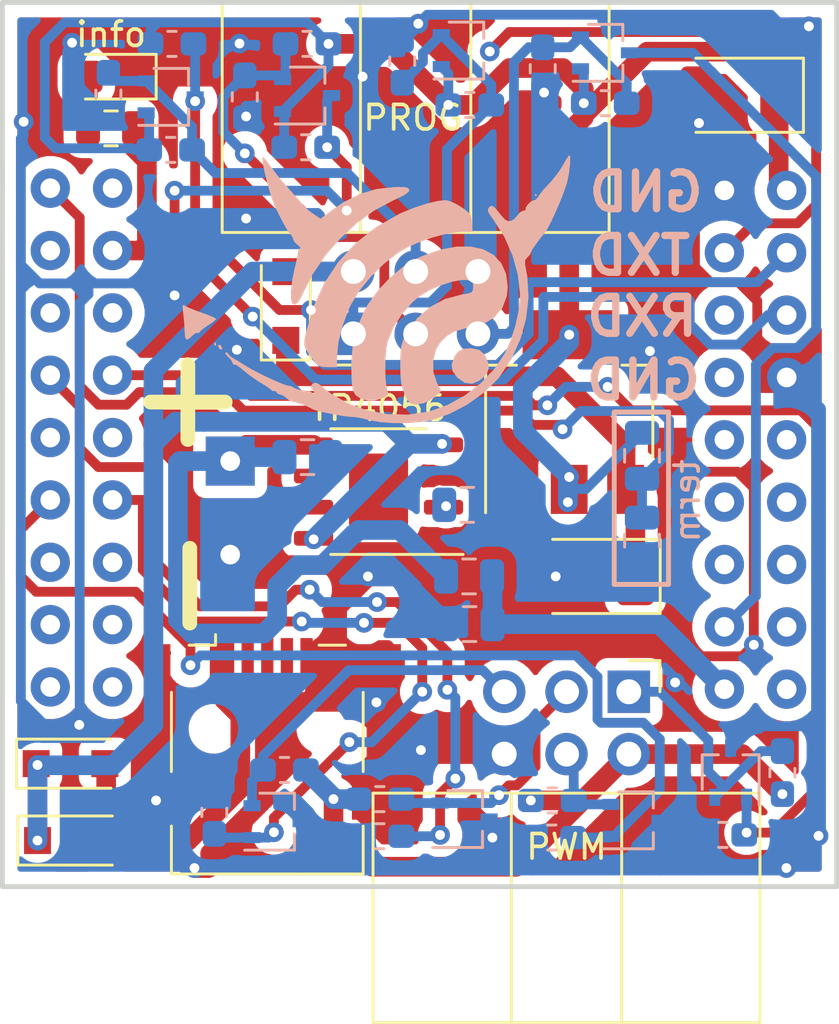
<source format=kicad_pcb>
(kicad_pcb (version 20171130) (host pcbnew 5.0.2-bee76a0~70~ubuntu18.04.1)
  (layers (0 F.Cu signal) (31 B.Cu signal) (34 B.Paste user) (35 F.Paste user) (36 B.SilkS user) (37 F.SilkS user) (38 B.Mask user) (39 F.Mask user) (44 Edge.Cuts user))
  (net 0 "")
  (net 1 GND)
  (net 2 RST_PROG)
  (net 3 BOOT_PROG)
  (net 4 TX_PROG)
  (net 5 RX_PROG)
  (net 6 "Net-(C5-Pad1)")
  (net 7 +3V3)
  (net 8 5V_PROG)
  (net 9 "Net-(D1-Pad2)")
  (net 10 "Net-(D2-Pad2)")
  (net 11 "Net-(J1-Pad2)")
  (net 12 "Net-(J1-Pad3)")
  (net 13 "Net-(J1-Pad4)")
  (net 14 PWM_OUT_3)
  (net 15 PWM_OUT_4)
  (net 16 PWM_OUT_2)
  (net 17 Vin)
  (net 18 PWM_OUT_1)
  (net 19 RST)
  (net 20 BOOT)
  (net 21 TX)
  (net 22 RX)
  (net 23 PWM_1)
  (net 24 PWM_2)
  (net 25 PWM_3)
  (net 26 PWM_4)
  (net 27 "Net-(R2-Pad1)")
  (net 28 "Net-(R9-Pad2)")
  (net 29 "Net-(U2-Pad4)")
  (net 30 "Net-(U2-Pad7)")
  (net 31 "Net-(U2-Pad9)")
  (net 32 "Net-(U2-Pad8)")
  (net 33 "Net-(U2-Pad13)")
  (net 34 "Net-(U2-Pad12)")
  (net 35 "Net-(U2-Pad17)")
  (net 36 "Net-(U2-Pad18)")
  (net 37 "Net-(U2-Pad19)")
  (net 38 "Net-(U2-Pad20)")
  (net 39 "Net-(U2-Pad21)")
  (net 40 "Net-(U2-Pad22)")
  (net 41 "Net-(U2-Pad27)")
  (net 42 "Net-(U2-Pad30)")
  (net 43 "Net-(U2-Pad33)")
  (net 44 "Net-(U2-Pad26)")
  (net 45 "Net-(U2-Pad31)")
  (net 46 "Net-(U2-Pad28)")
  (net 47 "Net-(U2-Pad36)")
  (net 48 "Net-(U2-Pad37)")
  (net 49 "Net-(U2-Pad24)")
  (net 50 "Net-(U2-Pad29)")
  (net 51 "Net-(C7-Pad1)")
  (net 52 "Net-(R18-Pad2)")
  (net 53 "Net-(Ubat1-Pad6)")
  (net 54 "Net-(Ubat1-Pad7)")
  (net 55 B)
  (module pcb:modul_ESP32S (layer F.Cu) (at 149.364 99.36)
    (fp_text reference U2 hide)
    (fp_text value ESP32-WROOM-32D)
    (pad 23 thru_hole circle (at 12.43 10.21) (size 1.6 1.6) (drill 0.8) (layers *.Cu *.Mask) (net 55 B))
    (pad 3 thru_hole circle (at 12.43 -7.57) (size 1.6 1.6) (drill 0.8) (layers *.Cu *.Mask) (net 19 RST))
    (pad 35 thru_hole circle (at 14.97 -7.57) (size 1.6 1.6) (drill 0.8) (layers *.Cu *.Mask) (net 21 TX))
    (pad 34 thru_hole circle (at 14.97 -5.03) (size 1.6 1.6) (drill 0.8) (layers *.Cu *.Mask) (net 22 RX))
    (pad 37 thru_hole circle (at 12.43 -5.03) (size 1.6 1.6) (drill 0.8) (layers *.Cu *.Mask) (net 48 "Net-(U2-Pad37)"))
    (pad 1 thru_hole circle (at 14.97 -2.49) (size 1.6 1.6) (drill 0.8) (layers *.Cu *.Mask) (net 1 GND))
    (pad 36 thru_hole circle (at 12.43 -2.49) (size 1.6 1.6) (drill 0.8) (layers *.Cu *.Mask) (net 47 "Net-(U2-Pad36)"))
    (pad 2 thru_hole circle (at 14.97 -10.11) (size 1.6 1.6) (drill 0.8) (layers *.Cu *.Mask) (net 7 +3V3))
    (pad 27 thru_hole circle (at 12.43 5.13) (size 1.6 1.6) (drill 0.8) (layers *.Cu *.Mask) (net 41 "Net-(U2-Pad27)"))
    (pad 33 thru_hole circle (at 14.97 0.05) (size 1.6 1.6) (drill 0.8) (layers *.Cu *.Mask) (net 43 "Net-(U2-Pad33)"))
    (pad 25 thru_hole circle (at 12.43 7.67) (size 1.6 1.6) (drill 0.8) (layers *.Cu *.Mask) (net 20 BOOT))
    (pad 26 thru_hole circle (at 14.97 7.67) (size 1.6 1.6) (drill 0.8) (layers *.Cu *.Mask) (net 44 "Net-(U2-Pad26)"))
    (pad 31 thru_hole circle (at 12.43 0.05) (size 1.6 1.6) (drill 0.8) (layers *.Cu *.Mask) (net 45 "Net-(U2-Pad31)"))
    (pad 29 thru_hole circle (at 12.43 2.59) (size 1.6 1.6) (drill 0.8) (layers *.Cu *.Mask) (net 50 "Net-(U2-Pad29)"))
    (pad 28 thru_hole circle (at 14.97 5.13) (size 1.6 1.6) (drill 0.8) (layers *.Cu *.Mask) (net 46 "Net-(U2-Pad28)"))
    (pad 30 thru_hole circle (at 14.97 2.59) (size 1.6 1.6) (drill 0.8) (layers *.Cu *.Mask) (net 42 "Net-(U2-Pad30)"))
    (pad 1 thru_hole circle (at 12.43 -10.11) (size 1.6 1.6) (drill 0.8) (layers *.Cu *.Mask) (net 1 GND))
    (pad 24 thru_hole circle (at 14.97 10.21) (size 1.6 1.6) (drill 0.8) (layers *.Cu *.Mask) (net 49 "Net-(U2-Pad24)"))
    (pad 22 thru_hole circle (at -12.52 10.12) (size 1.6 1.6) (drill 0.8) (layers *.Cu *.Mask) (net 40 "Net-(U2-Pad22)"))
    (pad 21 thru_hole circle (at -15.06 10.12) (size 1.6 1.6) (drill 0.8) (layers *.Cu *.Mask) (net 39 "Net-(U2-Pad21)"))
    (pad 20 thru_hole circle (at -12.52 7.58) (size 1.6 1.6) (drill 0.8) (layers *.Cu *.Mask) (net 38 "Net-(U2-Pad20)"))
    (pad 19 thru_hole circle (at -15.06 7.58) (size 1.6 1.6) (drill 0.8) (layers *.Cu *.Mask) (net 37 "Net-(U2-Pad19)"))
    (pad 18 thru_hole circle (at -12.52 5.04) (size 1.6 1.6) (drill 0.8) (layers *.Cu *.Mask) (net 36 "Net-(U2-Pad18)"))
    (pad 17 thru_hole circle (at -15.06 5.04) (size 1.6 1.6) (drill 0.8) (layers *.Cu *.Mask) (net 35 "Net-(U2-Pad17)"))
    (pad 16 thru_hole circle (at -12.52 2.5) (size 1.6 1.6) (drill 0.8) (layers *.Cu *.Mask) (net 25 PWM_3))
    (pad 14 thru_hole circle (at -15.06 2.5) (size 1.6 1.6) (drill 0.8) (layers *.Cu *.Mask) (net 26 PWM_4))
    (pad 12 thru_hole circle (at -12.52 -0.04) (size 1.6 1.6) (drill 0.8) (layers *.Cu *.Mask) (net 34 "Net-(U2-Pad12)"))
    (pad 13 thru_hole circle (at -15.06 -0.04) (size 1.6 1.6) (drill 0.8) (layers *.Cu *.Mask) (net 33 "Net-(U2-Pad13)"))
    (pad 10 thru_hole circle (at -12.52 -2.58) (size 1.6 1.6) (drill 0.8) (layers *.Cu *.Mask) (net 23 PWM_1))
    (pad 11 thru_hole circle (at -15.06 -2.58) (size 1.6 1.6) (drill 0.8) (layers *.Cu *.Mask) (net 24 PWM_2))
    (pad 8 thru_hole circle (at -12.52 -5.12) (size 1.6 1.6) (drill 0.8) (layers *.Cu *.Mask) (net 32 "Net-(U2-Pad8)"))
    (pad 9 thru_hole circle (at -15.06 -5.12) (size 1.6 1.6) (drill 0.8) (layers *.Cu *.Mask) (net 31 "Net-(U2-Pad9)"))
    (pad 6 thru_hole circle (at -12.52 -7.66) (size 1.6 1.6) (drill 0.8) (layers *.Cu *.Mask) (net 28 "Net-(R9-Pad2)"))
    (pad 7 thru_hole circle (at -15.06 -7.66) (size 1.6 1.6) (drill 0.8) (layers *.Cu *.Mask) (net 30 "Net-(U2-Pad7)"))
    (pad 4 thru_hole circle (at -12.52 -10.2) (size 1.6 1.6) (drill 0.8) (layers *.Cu *.Mask) (net 29 "Net-(U2-Pad4)"))
    (pad 5 thru_hole circle (at -15.06 -10.2) (size 1.6 1.6) (drill 0.8) (layers *.Cu *.Mask) (net 27 "Net-(R2-Pad1)"))
  )
  (module Capacitor_SMD:C_0603_1608Metric_Pad1.05x0.95mm_HandSolder (layer B.Cu) (at 148.658141 83.986869 270)
    (fp_text reference C1 hide)
    (fp_text value 1pF)
    (pad 1 smd roundrect (at -0.875 0 270) (size 1.05 0.95) (layers B.Cu B.Paste B.Mask) (net 1 GND))
    (pad 2 smd roundrect (at 0.875 0 270) (size 1.05 0.95) (layers B.Cu B.Paste B.Mask) (net 2 RST_PROG))
  )
  (module Capacitor_SMD:C_0603_1608Metric_Pad1.05x0.95mm_HandSolder (layer B.Cu) (at 154.386 84.294 90)
    (fp_text reference C2 hide)
    (fp_text value 1pF)
    (pad 2 smd roundrect (at 0.875 0 90) (size 1.05 0.95) (layers B.Cu B.Paste B.Mask) (net 3 BOOT_PROG))
    (pad 1 smd roundrect (at -0.875 0 90) (size 1.05 0.95) (layers B.Cu B.Paste B.Mask) (net 1 GND))
  )
  (module Capacitor_SMD:C_0603_1608Metric_Pad1.05x0.95mm_HandSolder (layer B.Cu) (at 136.674 85.333016 90)
    (fp_text reference C3 hide)
    (fp_text value 1pF)
    (pad 2 smd roundrect (at 0.875 0 90) (size 1.05 0.95) (layers B.Cu B.Paste B.Mask) (net 4 TX_PROG))
    (pad 1 smd roundrect (at -0.875 0 90) (size 1.05 0.95) (layers B.Cu B.Paste B.Mask) (net 1 GND))
  )
  (module Capacitor_SMD:C_0603_1608Metric_Pad1.05x0.95mm_HandSolder (layer B.Cu) (at 142.236 85.441016 90)
    (fp_text reference C4 hide)
    (fp_text value 1pF)
    (pad 1 smd roundrect (at -0.875 0 90) (size 1.05 0.95) (layers B.Cu B.Paste B.Mask) (net 1 GND))
    (pad 2 smd roundrect (at 0.875 0 90) (size 1.05 0.95) (layers B.Cu B.Paste B.Mask) (net 5 RX_PROG))
  )
  (module Capacitor_Tantalum_SMD:CP_EIA-3528-21_Kemet-B_Pad1.50x2.35mm_HandSolder (layer F.Cu) (at 156.541 104.976 180)
    (fp_text reference C5 hide)
    (fp_text value "10uF ")
    (pad 2 smd roundrect (at 1.625 0 180) (size 1.5 2.35) (layers F.Cu F.Paste F.Mask) (roundrect_rratio 0.166667) (net 1 GND))
    (pad 1 smd roundrect (at -1.625 0 180) (size 1.5 2.35) (layers F.Cu F.Paste F.Mask) (roundrect_rratio 0.166667) (net 6 "Net-(C5-Pad1)"))
  )
  (module Capacitor_Tantalum_SMD:CP_EIA-3528-21_Kemet-B_Pad1.50x2.35mm_HandSolder (layer F.Cu) (at 162.383 85.374 180)
    (fp_text reference C6 hide)
    (fp_text value "10uF ")
    (pad 1 smd roundrect (at -1.625 0 180) (size 1.5 2.35) (layers F.Cu F.Paste F.Mask) (roundrect_rratio 0.166667) (net 7 +3V3))
    (pad 2 smd roundrect (at 1.625 0 180) (size 1.5 2.35) (layers F.Cu F.Paste F.Mask) (roundrect_rratio 0.166667) (net 1 GND))
  )
  (module Diode_SMD:D_SOD-123F (layer F.Cu) (at 135.129195 112.602794)
    (fp_text reference D1 hide)
    (fp_text value MBR0520LT1G)
    (pad 1 smd rect (at -1.4 0) (size 1.1 1.1) (layers F.Cu F.Paste F.Mask) (net 8 5V_PROG))
    (pad 2 smd rect (at 1.4 0) (size 1.1 1.1) (layers F.Cu F.Paste F.Mask) (net 9 "Net-(D1-Pad2)"))
  )
  (module Diode_SMD:D_0805_2012Metric_Castellated (layer F.Cu) (at 136.7375 84.618 180)
    (fp_text reference D2 hide)
    (fp_text value info (at -0.0445 1.728 180) (layer F.SilkS))
    (pad 1 smd roundrect (at -0.9625 0 180) (size 1.325 1.3) (layers F.Cu F.Paste F.Mask) (roundrect_rratio 0.192308) (net 1 GND))
    (pad 2 smd roundrect (at 0.9625 0 180) (size 1.325 1.3) (layers F.Cu F.Paste F.Mask) (roundrect_rratio 0.192308) (net 10 "Net-(D2-Pad2)"))
  )
  (module Diode_SMD:D_SOD-123F (layer F.Cu) (at 143.91 93.96 90)
    (fp_text reference D3 hide)
    (fp_text value MBR0520LT1G)
    (pad 1 smd rect (at -1.4 0 90) (size 1.1 1.1) (layers F.Cu F.Paste F.Mask) (net 6 "Net-(C5-Pad1)"))
    (pad 2 smd rect (at 1.4 0 90) (size 1.1 1.1) (layers F.Cu F.Paste F.Mask) (net 8 5V_PROG))
  )
  (module Diode_SMD:D_SOD-123F (layer F.Cu) (at 135.183195 115.734794)
    (fp_text reference D5 hide)
    (fp_text value MBR0520LT1G)
    (pad 2 smd rect (at 1.4 0) (size 1.1 1.1) (layers F.Cu F.Paste F.Mask) (net 9 "Net-(D1-Pad2)"))
    (pad 1 smd rect (at -1.4 0) (size 1.1 1.1) (layers F.Cu F.Paste F.Mask) (net 8 5V_PROG))
  )
  (module Connector_USB:USB_Mini-B_Lumberg_2486_01_Horizontal (layer F.Cu) (at 143.154 111.186)
    (fp_text reference J1 hide)
    (fp_text value POWER)
    (pad 1 smd rect (at -1.6 -2.7) (size 0.5 2) (layers F.Cu F.Paste F.Mask) (net 9 "Net-(D1-Pad2)"))
    (pad 2 smd rect (at -0.8 -2.7) (size 0.5 2) (layers F.Cu F.Paste F.Mask) (net 11 "Net-(J1-Pad2)"))
    (pad 3 smd rect (at 0 -2.7) (size 0.5 2) (layers F.Cu F.Paste F.Mask) (net 12 "Net-(J1-Pad3)"))
    (pad 4 smd rect (at 0.8 -2.7) (size 0.5 2) (layers F.Cu F.Paste F.Mask) (net 13 "Net-(J1-Pad4)"))
    (pad 5 smd rect (at 1.6 -2.7) (size 0.5 2) (layers F.Cu F.Paste F.Mask) (net 1 GND))
    (pad 6 smd rect (at -4.45 -2.6) (size 1 1.7) (layers F.Cu F.Paste F.Mask) (net 1 GND))
    (pad 6 smd rect (at -4.45 2.85) (size 2 1.7) (layers F.Cu F.Paste F.Mask) (net 1 GND))
    (pad 6 smd rect (at 4.45 -2.6) (size 2 1.7) (layers F.Cu F.Paste F.Mask) (net 1 GND))
    (pad 6 smd rect (at 4.45 2.85) (size 2 1.7) (layers F.Cu F.Paste F.Mask) (net 1 GND))
    (pad "" np_thru_hole circle (at -2.2 0) (size 1 1) (drill 1) (layers *.Cu *.Mask))
    (pad "" np_thru_hole circle (at 2.2 0) (size 1 1) (drill 1) (layers *.Cu *.Mask))
  )
  (module Connector_IDC:IDC-Header_2x03_P2.54mm_Horizontal (layer F.Cu) (at 146.664 95.094 90)
    (fp_text reference J2 hide)
    (fp_text value PROG (at 8.802 2.43) (layer F.SilkS))
    (pad 1 thru_hole rect (at 0 0 90) (size 1.7272 1.7272) (drill 1.016) (layers *.Cu *.Mask) (net 2 RST_PROG))
    (pad 2 thru_hole oval (at 2.54 0 90) (size 1.7272 1.7272) (drill 1.016) (layers *.Cu *.Mask) (net 8 5V_PROG))
    (pad 3 thru_hole oval (at 0 2.54 90) (size 1.7272 1.7272) (drill 1.016) (layers *.Cu *.Mask) (net 5 RX_PROG))
    (pad 4 thru_hole oval (at 2.54 2.54 90) (size 1.7272 1.7272) (drill 1.016) (layers *.Cu *.Mask) (net 4 TX_PROG))
    (pad 5 thru_hole oval (at 0 5.08 90) (size 1.7272 1.7272) (drill 1.016) (layers *.Cu *.Mask) (net 3 BOOT_PROG))
    (pad 6 thru_hole oval (at 2.54 5.08 90) (size 1.7272 1.7272) (drill 1.016) (layers *.Cu *.Mask) (net 1 GND))
  )
  (module Connector_IDC:IDC-Header_2x03_P2.54mm_Horizontal (layer F.Cu) (at 157.896 109.674 270)
    (fp_text reference J3 hide)
    (fp_text value PWM (at 6.318 2.538 180) (layer F.SilkS))
    (pad 6 thru_hole oval (at 2.54 5.08 270) (size 1.7272 1.7272) (drill 1.016) (layers *.Cu *.Mask) (net 1 GND))
    (pad 5 thru_hole oval (at 0 5.08 270) (size 1.7272 1.7272) (drill 1.016) (layers *.Cu *.Mask) (net 14 PWM_OUT_3))
    (pad 4 thru_hole oval (at 2.54 2.54 270) (size 1.7272 1.7272) (drill 1.016) (layers *.Cu *.Mask) (net 15 PWM_OUT_4))
    (pad 3 thru_hole oval (at 0 2.54 270) (size 1.7272 1.7272) (drill 1.016) (layers *.Cu *.Mask) (net 16 PWM_OUT_2))
    (pad 2 thru_hole oval (at 2.54 0 270) (size 1.7272 1.7272) (drill 1.016) (layers *.Cu *.Mask) (net 17 Vin))
    (pad 1 thru_hole rect (at 0 0 270) (size 1.7272 1.7272) (drill 1.016) (layers *.Cu *.Mask) (net 18 PWM_OUT_1))
  )
  (module Package_TO_SOT_SMD:SOT-323_SC-70 (layer B.Cu) (at 151.250141 83.554869)
    (fp_text reference Q1 hide)
    (fp_text value BSS138LT1G)
    (pad 1 smd rect (at -1 0.65 90) (size 0.45 0.7) (layers B.Cu B.Paste B.Mask) (net 7 +3V3))
    (pad 2 smd rect (at -1 -0.65 90) (size 0.45 0.7) (layers B.Cu B.Paste B.Mask) (net 2 RST_PROG))
    (pad 3 smd rect (at 1 0 90) (size 0.45 0.7) (layers B.Cu B.Paste B.Mask) (net 19 RST))
  )
  (module Package_TO_SOT_SMD:SOT-323_SC-70 (layer B.Cu) (at 156.924 83.646)
    (fp_text reference Q2 hide)
    (fp_text value BSS138LT1G)
    (pad 3 smd rect (at 1 0 90) (size 0.45 0.7) (layers B.Cu B.Paste B.Mask) (net 20 BOOT))
    (pad 2 smd rect (at -1 -0.65 90) (size 0.45 0.7) (layers B.Cu B.Paste B.Mask) (net 3 BOOT_PROG))
    (pad 1 smd rect (at -1 0.65 90) (size 0.45 0.7) (layers B.Cu B.Paste B.Mask) (net 7 +3V3))
  )
  (module Package_TO_SOT_SMD:SOT-323_SC-70 (layer B.Cu) (at 139.212 85.441016)
    (fp_text reference Q3 hide)
    (fp_text value BSS138LT1G)
    (pad 1 smd rect (at -1 0.65 90) (size 0.45 0.7) (layers B.Cu B.Paste B.Mask) (net 7 +3V3))
    (pad 2 smd rect (at -1 -0.65 90) (size 0.45 0.7) (layers B.Cu B.Paste B.Mask) (net 4 TX_PROG))
    (pad 3 smd rect (at 1 0 90) (size 0.45 0.7) (layers B.Cu B.Paste B.Mask) (net 21 TX))
  )
  (module Package_TO_SOT_SMD:SOT-323_SC-70 (layer B.Cu) (at 144.774 85.387016)
    (fp_text reference Q4 hide)
    (fp_text value BSS138LT1G)
    (pad 1 smd rect (at -1 0.65 90) (size 0.45 0.7) (layers B.Cu B.Paste B.Mask) (net 7 +3V3))
    (pad 2 smd rect (at -1 -0.65 90) (size 0.45 0.7) (layers B.Cu B.Paste B.Mask) (net 5 RX_PROG))
    (pad 3 smd rect (at 1 0 90) (size 0.45 0.7) (layers B.Cu B.Paste B.Mask) (net 22 RX))
  )
  (module Package_TO_SOT_SMD:SOT-323_SC-70 (layer B.Cu) (at 162.048999 112.972999 90)
    (fp_text reference Q5 hide)
    (fp_text value BSS138LT1G)
    (pad 1 smd rect (at -1 0.65 180) (size 0.45 0.7) (layers B.Cu B.Paste B.Mask) (net 23 PWM_1))
    (pad 2 smd rect (at -1 -0.65 180) (size 0.45 0.7) (layers B.Cu B.Paste B.Mask) (net 18 PWM_OUT_1))
    (pad 3 smd rect (at 1 0 180) (size 0.45 0.7) (layers B.Cu B.Paste B.Mask) (net 1 GND))
  )
  (module Package_TO_SOT_SMD:SOT-323_SC-70 (layer B.Cu) (at 151.2 114.858)
    (fp_text reference Q6 hide)
    (fp_text value BSS138LT1G)
    (pad 3 smd rect (at 1 0 90) (size 0.45 0.7) (layers B.Cu B.Paste B.Mask) (net 1 GND))
    (pad 2 smd rect (at -1 -0.65 90) (size 0.45 0.7) (layers B.Cu B.Paste B.Mask) (net 16 PWM_OUT_2))
    (pad 1 smd rect (at -1 0.65 90) (size 0.45 0.7) (layers B.Cu B.Paste B.Mask) (net 24 PWM_2))
  )
  (module Package_TO_SOT_SMD:SOT-323_SC-70 (layer B.Cu) (at 143.532 114.966)
    (fp_text reference Q7 hide)
    (fp_text value BSS138LT1G)
    (pad 3 smd rect (at 1 0 90) (size 0.45 0.7) (layers B.Cu B.Paste B.Mask) (net 1 GND))
    (pad 2 smd rect (at -1 -0.65 90) (size 0.45 0.7) (layers B.Cu B.Paste B.Mask) (net 14 PWM_OUT_3))
    (pad 1 smd rect (at -1 0.65 90) (size 0.45 0.7) (layers B.Cu B.Paste B.Mask) (net 25 PWM_3))
  )
  (module Package_TO_SOT_SMD:SOT-323_SC-70 (layer B.Cu) (at 158.166 114.912)
    (fp_text reference Q8 hide)
    (fp_text value BSS138LT1G)
    (pad 3 smd rect (at 1 0 90) (size 0.45 0.7) (layers B.Cu B.Paste B.Mask) (net 1 GND))
    (pad 2 smd rect (at -1 -0.65 90) (size 0.45 0.7) (layers B.Cu B.Paste B.Mask) (net 15 PWM_OUT_4))
    (pad 1 smd rect (at -1 0.65 90) (size 0.45 0.7) (layers B.Cu B.Paste B.Mask) (net 26 PWM_4))
  )
  (module Resistor_SMD:R_0603_1608Metric_Pad1.05x0.95mm_HandSolder (layer B.Cu) (at 151.412141 85.768869 180)
    (fp_text reference R1 hide)
    (fp_text value 10k)
    (pad 2 smd roundrect (at 0.875 0 180) (size 1.05 0.95) (layers B.Cu B.Paste B.Mask) (net 7 +3V3))
    (pad 1 smd roundrect (at -0.875 0 180) (size 1.05 0.95) (layers B.Cu B.Paste B.Mask) (net 2 RST_PROG))
  )
  (module Resistor_SMD:R_0805_2012Metric (layer B.Cu) (at 158.436 100.062 90)
    (fp_text reference R2 hide)
    (fp_text value term (at -1.836 1.836 -90) (layer B.SilkS) (effects (justify mirror)))
    (pad 1 smd roundrect (at -0.9375 0 90) (size 0.975 1.4) (layers B.Cu B.Paste B.Mask) (net 27 "Net-(R2-Pad1)"))
    (pad 2 smd roundrect (at 0.9375 0 90) (size 0.975 1.4) (layers B.Cu B.Paste B.Mask) (net 7 +3V3))
  )
  (module Resistor_SMD:R_0603_1608Metric_Pad1.05x0.95mm_HandSolder (layer B.Cu) (at 156.935 85.698 180)
    (fp_text reference R3 hide)
    (fp_text value 10k)
    (pad 2 smd roundrect (at 0.875 0 180) (size 1.05 0.95) (layers B.Cu B.Paste B.Mask) (net 7 +3V3))
    (pad 1 smd roundrect (at -0.875 0 180) (size 1.05 0.95) (layers B.Cu B.Paste B.Mask) (net 3 BOOT_PROG))
  )
  (module Resistor_SMD:R_0805_2012Metric (layer B.Cu) (at 158.436 103.518 90)
    (fp_text reference R4 hide)
    (fp_text value 10k)
    (pad 2 smd roundrect (at 0.9375 0 90) (size 0.975 1.4) (layers B.Cu B.Paste B.Mask) (net 27 "Net-(R2-Pad1)"))
    (pad 1 smd roundrect (at -0.9375 0 90) (size 0.975 1.4) (layers B.Cu B.Paste B.Mask) (net 1 GND))
  )
  (module Resistor_SMD:R_0603_1608Metric_Pad1.05x0.95mm_HandSolder (layer B.Cu) (at 139.266 83.281016 180)
    (fp_text reference R5 hide)
    (fp_text value 10k)
    (pad 1 smd roundrect (at -0.875 0 180) (size 1.05 0.95) (layers B.Cu B.Paste B.Mask) (net 21 TX))
    (pad 2 smd roundrect (at 0.875 0 180) (size 1.05 0.95) (layers B.Cu B.Paste B.Mask) (net 7 +3V3))
  )
  (module Resistor_SMD:R_0603_1608Metric_Pad1.05x0.95mm_HandSolder (layer B.Cu) (at 139.212 87.601016)
    (fp_text reference R6 hide)
    (fp_text value 10k)
    (pad 2 smd roundrect (at 0.875 0) (size 1.05 0.95) (layers B.Cu B.Paste B.Mask) (net 4 TX_PROG))
    (pad 1 smd roundrect (at -0.875 0) (size 1.05 0.95) (layers B.Cu B.Paste B.Mask) (net 7 +3V3))
  )
  (module Resistor_SMD:R_0603_1608Metric_Pad1.05x0.95mm_HandSolder (layer B.Cu) (at 144.72 87.493016 180)
    (fp_text reference R7 hide)
    (fp_text value 10k)
    (pad 2 smd roundrect (at 0.875 0 180) (size 1.05 0.95) (layers B.Cu B.Paste B.Mask) (net 7 +3V3))
    (pad 1 smd roundrect (at -0.875 0 180) (size 1.05 0.95) (layers B.Cu B.Paste B.Mask) (net 22 RX))
  )
  (module Resistor_SMD:R_0603_1608Metric_Pad1.05x0.95mm_HandSolder (layer B.Cu) (at 144.774 83.281016 180)
    (fp_text reference R8 hide)
    (fp_text value 10k)
    (pad 2 smd roundrect (at 0.875 0 180) (size 1.05 0.95) (layers B.Cu B.Paste B.Mask) (net 5 RX_PROG))
    (pad 1 smd roundrect (at -0.875 0 180) (size 1.05 0.95) (layers B.Cu B.Paste B.Mask) (net 7 +3V3))
  )
  (module Resistor_SMD:R_0805_2012Metric (layer F.Cu) (at 136.782 86.724)
    (fp_text reference R9 hide)
    (fp_text value 1k)
    (pad 1 smd roundrect (at -0.9375 0) (size 0.975 1.4) (layers F.Cu F.Paste F.Mask) (net 10 "Net-(D2-Pad2)"))
    (pad 2 smd roundrect (at 0.9375 0) (size 0.975 1.4) (layers F.Cu F.Paste F.Mask) (net 28 "Net-(R9-Pad2)"))
  )
  (module Resistor_SMD:R_0603_1608Metric_Pad1.05x0.95mm_HandSolder (layer B.Cu) (at 164.16 112.968 90)
    (fp_text reference R10 hide)
    (fp_text value 4,7k)
    (pad 1 smd roundrect (at -0.875 0 90) (size 1.05 0.95) (layers B.Cu B.Paste B.Mask) (net 17 Vin))
    (pad 2 smd roundrect (at 0.875 0 90) (size 1.05 0.95) (layers B.Cu B.Paste B.Mask) (net 18 PWM_OUT_1))
  )
  (module Resistor_SMD:R_0603_1608Metric_Pad1.05x0.95mm_HandSolder (layer B.Cu) (at 161.73 115.506)
    (fp_text reference R11 hide)
    (fp_text value 10k)
    (pad 1 smd roundrect (at -0.875 0) (size 1.05 0.95) (layers B.Cu B.Paste B.Mask) (net 1 GND))
    (pad 2 smd roundrect (at 0.875 0) (size 1.05 0.95) (layers B.Cu B.Paste B.Mask) (net 23 PWM_1))
  )
  (module Resistor_SMD:R_0603_1608Metric_Pad1.05x0.95mm_HandSolder (layer B.Cu) (at 147.744 114.048)
    (fp_text reference R12 hide)
    (fp_text value 4,7k)
    (pad 1 smd roundrect (at -0.875 0) (size 1.05 0.95) (layers B.Cu B.Paste B.Mask) (net 17 Vin))
    (pad 2 smd roundrect (at 0.875 0) (size 1.05 0.95) (layers B.Cu B.Paste B.Mask) (net 16 PWM_OUT_2))
  )
  (module Resistor_SMD:R_0603_1608Metric_Pad1.05x0.95mm_HandSolder (layer B.Cu) (at 147.744 115.56)
    (fp_text reference R13 hide)
    (fp_text value 10k)
    (pad 1 smd roundrect (at -0.875 0) (size 1.05 0.95) (layers B.Cu B.Paste B.Mask) (net 1 GND))
    (pad 2 smd roundrect (at 0.875 0) (size 1.05 0.95) (layers B.Cu B.Paste B.Mask) (net 24 PWM_2))
  )
  (module Resistor_SMD:R_0603_1608Metric_Pad1.05x0.95mm_HandSolder (layer B.Cu) (at 143.856 112.86 180)
    (fp_text reference R14 hide)
    (fp_text value 4,7k)
    (pad 1 smd roundrect (at -0.875 0 180) (size 1.05 0.95) (layers B.Cu B.Paste B.Mask) (net 17 Vin))
    (pad 2 smd roundrect (at 0.875 0 180) (size 1.05 0.95) (layers B.Cu B.Paste B.Mask) (net 14 PWM_OUT_3))
  )
  (module Resistor_SMD:R_0603_1608Metric_Pad1.05x0.95mm_HandSolder (layer B.Cu) (at 140.994 114.588 270)
    (fp_text reference R15 hide)
    (fp_text value 10k)
    (pad 2 smd roundrect (at 0.875 0 270) (size 1.05 0.95) (layers B.Cu B.Paste B.Mask) (net 25 PWM_3))
    (pad 1 smd roundrect (at -0.875 0 270) (size 1.05 0.95) (layers B.Cu B.Paste B.Mask) (net 1 GND))
  )
  (module Resistor_SMD:R_0603_1608Metric_Pad1.05x0.95mm_HandSolder (layer B.Cu) (at 154.775 114.102)
    (fp_text reference R16 hide)
    (fp_text value 4,7k)
    (pad 1 smd roundrect (at -0.875 0) (size 1.05 0.95) (layers B.Cu B.Paste B.Mask) (net 17 Vin))
    (pad 2 smd roundrect (at 0.875 0) (size 1.05 0.95) (layers B.Cu B.Paste B.Mask) (net 15 PWM_OUT_4))
  )
  (module Resistor_SMD:R_0603_1608Metric_Pad1.05x0.95mm_HandSolder (layer B.Cu) (at 154.753 115.614)
    (fp_text reference R17 hide)
    (fp_text value 10k)
    (pad 2 smd roundrect (at 0.875 0) (size 1.05 0.95) (layers B.Cu B.Paste B.Mask) (net 26 PWM_4))
    (pad 1 smd roundrect (at -0.875 0) (size 1.05 0.95) (layers B.Cu B.Paste B.Mask) (net 1 GND))
  )
  (module Package_TO_SOT_SMD:SOT-223-3_TabPin2 (layer F.Cu) (at 155.466 98.28 90)
    (fp_text reference U1 hide)
    (fp_text value AMS1117-3.3)
    (pad 2 smd rect (at 3.15 0 90) (size 2 3.8) (layers F.Cu F.Paste F.Mask) (net 7 +3V3))
    (pad 2 smd rect (at -3.15 0 90) (size 2 1.5) (layers F.Cu F.Paste F.Mask) (net 7 +3V3))
    (pad 3 smd rect (at -3.15 2.3 90) (size 2 1.5) (layers F.Cu F.Paste F.Mask) (net 6 "Net-(C5-Pad1)"))
    (pad 1 smd rect (at -3.15 -2.3 90) (size 2 1.5) (layers F.Cu F.Paste F.Mask) (net 1 GND))
  )
  (module Capacitor_SMD:C_0805_2012Metric (layer B.Cu) (at 144.7935 100.116)
    (fp_text reference C7 hide)
    (fp_text value 10uF)
    (pad 1 smd roundrect (at -0.9375 0) (size 0.975 1.4) (layers B.Cu B.Paste B.Mask) (net 51 "Net-(C7-Pad1)"))
    (pad 2 smd roundrect (at 0.9375 0) (size 0.975 1.4) (layers B.Cu B.Paste B.Mask) (net 1 GND))
  )
  (module Package_SO:HSOP-8-1EP_3.9x4.9mm_P1.27mm_EP2.41x3.1mm (layer F.Cu) (at 147.69 101.52 180)
    (fp_text reference Ubat1 hide)
    (fp_text value TP4056 (at 0 3.4 180) (layer F.SilkS))
    (pad 9 smd roundrect (at 0 0 180) (size 2.41 3.1) (layers F.Cu F.Mask) (roundrect_rratio 0.103734))
    (pad 1 smd roundrect (at -2.65 -1.905 180) (size 1.6 0.6) (layers F.Cu F.Paste F.Mask) (net 1 GND))
    (pad 2 smd roundrect (at -2.65 -0.635 180) (size 1.6 0.6) (layers F.Cu F.Paste F.Mask) (net 52 "Net-(R18-Pad2)"))
    (pad 3 smd roundrect (at -2.65 0.635 180) (size 1.6 0.6) (layers F.Cu F.Paste F.Mask) (net 1 GND))
    (pad 4 smd roundrect (at -2.65 1.905 180) (size 1.6 0.6) (layers F.Cu F.Paste F.Mask) (net 8 5V_PROG))
    (pad 5 smd roundrect (at 2.65 1.905 180) (size 1.6 0.6) (layers F.Cu F.Paste F.Mask) (net 51 "Net-(C7-Pad1)"))
    (pad 6 smd roundrect (at 2.65 0.635 180) (size 1.6 0.6) (layers F.Cu F.Paste F.Mask) (net 53 "Net-(Ubat1-Pad6)"))
    (pad 7 smd roundrect (at 2.65 -0.635 180) (size 1.6 0.6) (layers F.Cu F.Paste F.Mask) (net 54 "Net-(Ubat1-Pad7)"))
    (pad 8 smd roundrect (at 2.65 -1.905 180) (size 1.6 0.6) (layers F.Cu F.Paste F.Mask) (net 8 5V_PROG))
  )
  (module Connector_Wire:SolderWirePad_1x02_P3.81mm_Drill0.8mm (layer B.Cu) (at 141.642 100.278 270)
    (fp_text reference J4 hide)
    (fp_text value BAT hide)
    (pad 1 thru_hole rect (at 0 0 270) (size 1.99898 1.99898) (drill 0.8001) (layers *.Cu *.Mask) (net 51 "Net-(C7-Pad1)"))
    (pad 2 thru_hole circle (at 3.81 0 270) (size 1.99898 1.99898) (drill 0.8001) (layers *.Cu *.Mask) (net 1 GND))
  )
  (module Resistor_SMD:R_0805_2012Metric (layer B.Cu) (at 151.308 102.06 180)
    (fp_text reference R18 hide)
    (fp_text value 1.2k)
    (pad 2 smd roundrect (at 0.9375 0 180) (size 0.975 1.4) (layers B.Cu B.Paste B.Mask) (net 52 "Net-(R18-Pad2)"))
    (pad 1 smd roundrect (at -0.9375 0 180) (size 0.975 1.4) (layers B.Cu B.Paste B.Mask) (net 1 GND))
  )
  (module Resistor_SMD:R_0805_2012Metric (layer B.Cu) (at 151.3815 104.976 180)
    (fp_text reference R19 hide)
    (fp_text value 10k)
    (pad 1 smd roundrect (at -0.9375 0 180) (size 0.975 1.4) (layers B.Cu B.Paste B.Mask) (net 55 B))
    (pad 2 smd roundrect (at 0.9375 0 180) (size 0.975 1.4) (layers B.Cu B.Paste B.Mask) (net 51 "Net-(C7-Pad1)"))
  )
  (module Resistor_SMD:R_0805_2012Metric (layer B.Cu) (at 151.401001 106.916999)
    (fp_text reference R20 hide)
    (fp_text value 10k)
    (pad 1 smd roundrect (at -0.9375 0) (size 0.975 1.4) (layers B.Cu B.Paste B.Mask) (net 1 GND))
    (pad 2 smd roundrect (at 0.9375 0) (size 0.975 1.4) (layers B.Cu B.Paste B.Mask) (net 55 B))
  )
  (module PCB_lib:pcb_logo_devil_normal (layer B.Cu) (at 148.878 94.068 180)
    (fp_text reference G*** hide)
    (fp_text value LOGO hide)
  )
  (gr_text - (at 139.698 105.354 90) (layer F.SilkS) (effects (font (size 4 4) (thickness 0.6)) (justify mirror)))
  (gr_text + (at 139.914 97.578) (layer F.SilkS) (effects (font (size 4 4) (thickness 0.6)) (justify mirror)))
  (gr_line (start 157.302 105.3) (end 159.516 105.3) (layer B.SilkS) (width 0.2))
  (gr_line (start 157.302 98.28) (end 157.302 105.3) (layer B.SilkS) (width 0.2))
  (gr_line (start 159.516 98.28) (end 157.302 98.28) (layer B.SilkS) (width 0.2))
  (gr_line (start 159.516 105.3) (end 159.516 98.28) (layer B.SilkS) (width 0.2))
  (gr_text GND (at 158.49 96.984) (layer B.SilkS) (effects (font (size 1.5 1.5) (thickness 0.3)) (justify mirror)))
  (gr_text RXD (at 158.436 94.392) (layer B.SilkS) (effects (font (size 1.5 1.5) (thickness 0.3)) (justify mirror)))
  (gr_text TXD (at 158.328 91.908) (layer B.SilkS) (effects (font (size 1.5 1.5) (thickness 0.3)) (justify mirror)))
  (gr_text GND (at 158.598 89.316) (layer B.SilkS) (effects (font (size 1.5 1.5) (thickness 0.3)) (justify mirror)))
  (gr_line (start 132.354 81.594) (end 132.354 117.612) (layer Edge.Cuts) (width 0.2))
  (gr_line (start 166.374 81.594) (end 132.354 81.594) (layer Edge.Cuts) (width 0.2))
  (gr_line (start 166.374 117.612) (end 166.374 81.594) (layer Edge.Cuts) (width 0.2))
  (gr_line (start 132.354 117.612) (end 166.374 117.612) (layer Edge.Cuts) (width 0.2))
  (via (at 150.444 102.114) (size 0.8) (drill 0.4) (layers F.Cu B.Cu) (net 52))
  (via (at 145.044 103.464) (size 0.8) (drill 0.4) (layers F.Cu B.Cu) (net 8))
  (via (at 150.282 99.576) (size 0.8) (drill 0.4) (layers F.Cu B.Cu) (net 8))
  (via (at 142.29 86.238) (size 0.8) (drill 0.4) (layers F.Cu B.Cu) (net 1))
  (via (at 154.44 85.266) (size 0.8) (drill 0.4) (layers F.Cu B.Cu) (net 1))
  (via (at 138.618 114.102) (size 0.8) (drill 0.4) (layers F.Cu B.Cu) (net 1))
  (segment (start 153.166 103.226) (end 153.166 101.43) (width 0.8) (layer F.Cu) (net 1))
  (segment (start 154.916 104.976) (end 153.166 103.226) (width 0.8) (layer F.Cu) (net 1))
  (segment (start 160.758 88.214) (end 161.794 89.25) (width 0.8) (layer F.Cu) (net 1))
  (segment (start 160.758 85.374) (end 160.758 86.508) (width 0.8) (layer F.Cu) (net 1))
  (segment (start 165.133999 97.669999) (end 164.334 96.87) (width 0.6) (layer B.Cu) (net 1))
  (segment (start 165.634001 98.170001) (end 165.133999 97.669999) (width 0.6) (layer B.Cu) (net 1))
  (segment (start 138.704 108.586) (end 138.704 114.036) (width 0.6) (layer F.Cu) (net 1))
  (segment (start 146.004 108.586) (end 145.26 109.33) (width 0.6) (layer F.Cu) (net 1))
  (segment (start 147.604 108.586) (end 146.004 108.586) (width 0.6) (layer F.Cu) (net 1))
  (segment (start 145.098 108.486) (end 145.26 108.324) (width 0.4) (layer F.Cu) (net 1))
  (segment (start 144.754 108.486) (end 145.098 108.486) (width 0.4) (layer F.Cu) (net 1))
  (segment (start 145.26 109.33) (end 145.26 108.324) (width 0.6) (layer F.Cu) (net 1))
  (segment (start 145.26 108.324) (end 145.26 107.784) (width 0.6) (layer F.Cu) (net 1))
  (segment (start 147.90627 84.618) (end 147.636 84.618) (width 0.8) (layer F.Cu) (net 1))
  (segment (start 151.744 92.554) (end 151.744 87.642) (width 0.8) (layer F.Cu) (net 1))
  (segment (start 157.842 89.25) (end 154.386 85.794) (width 0.8) (layer B.Cu) (net 1))
  (segment (start 154.386 85.794) (end 154.386 85.169) (width 0.8) (layer B.Cu) (net 1))
  (segment (start 161.794 89.25) (end 157.842 89.25) (width 0.8) (layer B.Cu) (net 1))
  (segment (start 152.064 87.642) (end 151.744 87.642) (width 0.8) (layer F.Cu) (net 1))
  (segment (start 154.44 85.266) (end 152.064 87.642) (width 0.8) (layer F.Cu) (net 1))
  (segment (start 150.93027 87.642) (end 147.90627 84.618) (width 0.8) (layer F.Cu) (net 1))
  (segment (start 151.744 87.642) (end 150.93027 87.642) (width 0.8) (layer F.Cu) (net 1))
  (via (at 135.193462 83.23391) (size 0.8) (drill 0.4) (layers F.Cu B.Cu) (net 1))
  (segment (start 136.674 86.208016) (end 135.193462 84.727478) (width 0.4) (layer B.Cu) (net 1))
  (segment (start 135.193462 84.727478) (end 135.193462 83.23391) (width 0.4) (layer B.Cu) (net 1))
  (segment (start 136.31591 83.23391) (end 137.7 84.618) (width 0.4) (layer F.Cu) (net 1))
  (segment (start 135.193462 83.23391) (end 136.31591 83.23391) (width 0.4) (layer F.Cu) (net 1))
  (segment (start 142.452 85.510315) (end 142.452 84.618) (width 0.4) (layer F.Cu) (net 1))
  (segment (start 142.29 85.672315) (end 142.452 85.510315) (width 0.4) (layer F.Cu) (net 1))
  (segment (start 142.29 86.238) (end 142.29 85.672315) (width 0.4) (layer F.Cu) (net 1))
  (segment (start 142.452 84.618) (end 137.7 84.618) (width 0.8) (layer F.Cu) (net 1))
  (segment (start 160.994001 90.049999) (end 161.794 89.25) (width 0.4) (layer F.Cu) (net 1))
  (segment (start 160.593999 90.450001) (end 160.994001 90.049999) (width 0.4) (layer F.Cu) (net 1))
  (segment (start 160.593999 92.366001) (end 160.593999 90.450001) (width 0.4) (layer F.Cu) (net 1))
  (segment (start 161.217999 92.990001) (end 160.593999 92.366001) (width 0.4) (layer F.Cu) (net 1))
  (segment (start 162.370001 92.990001) (end 161.217999 92.990001) (width 0.4) (layer F.Cu) (net 1))
  (segment (start 163.133999 93.753999) (end 162.370001 92.990001) (width 0.4) (layer F.Cu) (net 1))
  (segment (start 163.133999 95.669999) (end 163.133999 93.753999) (width 0.4) (layer F.Cu) (net 1))
  (segment (start 164.334 96.87) (end 163.133999 95.669999) (width 0.4) (layer F.Cu) (net 1))
  (via (at 147.042 84.618) (size 0.8) (drill 0.4) (layers F.Cu B.Cu) (net 1))
  (segment (start 148.548131 83.111869) (end 147.042 84.618) (width 0.4) (layer B.Cu) (net 1))
  (segment (start 148.658141 83.111869) (end 148.548131 83.111869) (width 0.4) (layer B.Cu) (net 1))
  (segment (start 147.636 84.618) (end 147.042 84.618) (width 0.8) (layer F.Cu) (net 1))
  (segment (start 147.042 84.618) (end 142.452 84.618) (width 0.8) (layer F.Cu) (net 1))
  (segment (start 165.634001 115.543999) (end 165.634001 115.543999) (width 0.6) (layer B.Cu) (net 1))
  (segment (start 138.618 115.614) (end 139.86 116.856) (width 0.6) (layer B.Cu) (net 1))
  (segment (start 164.322 116.856) (end 164.322 116.856) (width 0.6) (layer B.Cu) (net 1))
  (segment (start 138.618 114.102) (end 138.618 115.614) (width 0.6) (layer B.Cu) (net 1))
  (segment (start 160.866 116.092) (end 160.866 116.856) (width 0.4) (layer B.Cu) (net 1))
  (segment (start 160.855 115.506) (end 160.855 116.081) (width 0.4) (layer B.Cu) (net 1))
  (segment (start 160.855 116.081) (end 160.866 116.092) (width 0.4) (layer B.Cu) (net 1))
  (segment (start 160.866 116.856) (end 164.322 116.856) (width 0.6) (layer B.Cu) (net 1))
  (segment (start 162.818998 111.078) (end 165.634001 111.078) (width 0.4) (layer B.Cu) (net 1))
  (segment (start 162.048999 111.847999) (end 162.818998 111.078) (width 0.4) (layer B.Cu) (net 1))
  (segment (start 165.634001 111.925999) (end 165.634001 111.078) (width 0.6) (layer B.Cu) (net 1))
  (segment (start 162.048999 111.972999) (end 162.048999 111.847999) (width 0.4) (layer B.Cu) (net 1))
  (segment (start 165.634001 111.078) (end 165.634001 98.170001) (width 0.6) (layer B.Cu) (net 1))
  (segment (start 159.166 114.912) (end 159.166 116.83) (width 0.4) (layer B.Cu) (net 1))
  (segment (start 159.166 116.83) (end 159.192 116.856) (width 0.4) (layer B.Cu) (net 1))
  (segment (start 159.192 116.856) (end 160.866 116.856) (width 0.6) (layer B.Cu) (net 1))
  (segment (start 153.954 116.265) (end 153.954 116.856) (width 0.4) (layer B.Cu) (net 1))
  (segment (start 153.878 116.189) (end 153.954 116.265) (width 0.4) (layer B.Cu) (net 1))
  (segment (start 153.878 115.614) (end 153.878 116.189) (width 0.4) (layer B.Cu) (net 1))
  (segment (start 153.954 116.856) (end 159.192 116.856) (width 0.6) (layer B.Cu) (net 1))
  (segment (start 164.322 116.856) (end 165.634001 115.543999) (width 0.6) (layer B.Cu) (net 1))
  (via (at 164.322 116.856) (size 0.8) (drill 0.4) (layers F.Cu B.Cu) (net 1))
  (segment (start 165.634001 115.543999) (end 165.634001 111.925999) (width 0.6) (layer B.Cu) (net 1))
  (via (at 165.634001 115.543999) (size 0.8) (drill 0.4) (layers F.Cu B.Cu) (net 1))
  (segment (start 147.852 114.284) (end 147.604 114.036) (width 0.8) (layer F.Cu) (net 1))
  (segment (start 154.916 104.976) (end 154.916 104.976) (width 0.8) (layer F.Cu) (net 1))
  (via (at 154.916 104.976) (size 0.8) (drill 0.4) (layers F.Cu B.Cu) (net 1))
  (segment (start 146.772 116.232) (end 146.772 116.856) (width 0.4) (layer B.Cu) (net 1))
  (segment (start 146.869 115.56) (end 146.869 116.135) (width 0.4) (layer B.Cu) (net 1))
  (segment (start 146.869 116.135) (end 146.772 116.232) (width 0.4) (layer B.Cu) (net 1))
  (segment (start 146.772 116.856) (end 147.852 116.856) (width 0.6) (layer B.Cu) (net 1))
  (segment (start 152.334 115.617) (end 152.334 115.617) (width 0.4) (layer B.Cu) (net 1))
  (segment (start 152.2 115.483) (end 152.334 115.617) (width 0.4) (layer B.Cu) (net 1))
  (segment (start 152.2 114.858) (end 152.2 115.483) (width 0.4) (layer B.Cu) (net 1))
  (segment (start 147.852 116.856) (end 152.334 116.856) (width 0.6) (layer B.Cu) (net 1))
  (segment (start 152.334 116.856) (end 153.954 116.856) (width 0.6) (layer B.Cu) (net 1))
  (via (at 140.184 116.856) (size 0.8) (drill 0.4) (layers F.Cu B.Cu) (net 1))
  (segment (start 147.604 114.036) (end 147.604 110.106) (width 0.8) (layer F.Cu) (net 1))
  (segment (start 147.604 110.106) (end 147.604 108.586) (width 0.8) (layer F.Cu) (net 1))
  (segment (start 139.86 116.856) (end 140.184 116.856) (width 0.6) (layer B.Cu) (net 1))
  (segment (start 140.749685 116.856) (end 140.184 116.856) (width 0.8) (layer F.Cu) (net 1))
  (segment (start 140.827114 116.778571) (end 140.749685 116.856) (width 0.8) (layer F.Cu) (net 1))
  (segment (start 147.604 110.106) (end 147.583999 110.085999) (width 0.8) (layer F.Cu) (net 1))
  (segment (start 143.054011 111.715991) (end 143.054011 114.030218) (width 0.8) (layer F.Cu) (net 1))
  (segment (start 143.054011 114.030218) (end 140.827114 116.257114) (width 0.8) (layer F.Cu) (net 1))
  (segment (start 147.583999 110.085999) (end 144.684003 110.085999) (width 0.8) (layer F.Cu) (net 1))
  (segment (start 144.684003 110.085999) (end 143.054011 111.715991) (width 0.8) (layer F.Cu) (net 1))
  (segment (start 140.827114 116.257114) (end 140.827114 116.778571) (width 0.8) (layer F.Cu) (net 1))
  (segment (start 144.558 115.617) (end 144.558 116.856) (width 0.4) (layer B.Cu) (net 1))
  (segment (start 144.532 114.966) (end 144.532 115.591) (width 0.4) (layer B.Cu) (net 1))
  (segment (start 140.184 116.856) (end 144.558 116.856) (width 0.6) (layer B.Cu) (net 1))
  (segment (start 144.532 115.591) (end 144.558 115.617) (width 0.4) (layer B.Cu) (net 1))
  (segment (start 144.558 116.856) (end 146.772 116.856) (width 0.6) (layer B.Cu) (net 1))
  (segment (start 139.007 113.713) (end 138.618 114.102) (width 0.4) (layer B.Cu) (net 1))
  (segment (start 140.994 113.713) (end 139.007 113.713) (width 0.4) (layer B.Cu) (net 1))
  (segment (start 146.004 106.23) (end 146.004 108.586) (width 0.8) (layer F.Cu) (net 1))
  (segment (start 154.916 104.976) (end 147.258 104.976) (width 0.8) (layer F.Cu) (net 1))
  (segment (start 147.258 104.976) (end 146.004 106.23) (width 0.8) (layer F.Cu) (net 1))
  (segment (start 147.604 110.236) (end 147.604 108.586) (width 0.8) (layer F.Cu) (net 1))
  (segment (start 149.582 112.214) (end 149.418 112.05) (width 0.8) (layer F.Cu) (net 1))
  (segment (start 152.816 112.214) (end 149.582 112.214) (width 0.8) (layer F.Cu) (net 1))
  (segment (start 152.621 100.885) (end 153.166 101.43) (width 0.8) (layer F.Cu) (net 1))
  (segment (start 150.34 100.885) (end 152.621 100.885) (width 0.8) (layer F.Cu) (net 1))
  (segment (start 146.797999 104.515999) (end 147.258 104.976) (width 0.8) (layer F.Cu) (net 1))
  (segment (start 143.483491 104.515999) (end 146.797999 104.515999) (width 0.8) (layer F.Cu) (net 1))
  (segment (start 143.055492 104.088) (end 143.483491 104.515999) (width 0.8) (layer F.Cu) (net 1))
  (segment (start 141.642 104.088) (end 143.055492 104.088) (width 0.8) (layer F.Cu) (net 1))
  (segment (start 145.731 100.916) (end 145.731 100.116) (width 0.8) (layer B.Cu) (net 1))
  (segment (start 142.641489 103.088511) (end 143.558489 103.088511) (width 0.8) (layer B.Cu) (net 1))
  (segment (start 143.558489 103.088511) (end 145.731 100.916) (width 0.8) (layer B.Cu) (net 1))
  (segment (start 141.642 104.088) (end 142.641489 103.088511) (width 0.8) (layer B.Cu) (net 1))
  (segment (start 151.171 103.425) (end 153.166 101.43) (width 0.8) (layer F.Cu) (net 1))
  (segment (start 150.34 103.425) (end 151.171 103.425) (width 0.8) (layer F.Cu) (net 1))
  (segment (start 152.2455 102.3055) (end 154.916 104.976) (width 0.8) (layer B.Cu) (net 1))
  (segment (start 152.2455 102.06) (end 152.2455 102.3055) (width 0.8) (layer B.Cu) (net 1))
  (segment (start 157.9155 104.976) (end 158.436 104.4555) (width 0.8) (layer B.Cu) (net 1))
  (segment (start 154.916 104.976) (end 157.9155 104.976) (width 0.8) (layer B.Cu) (net 1))
  (via (at 147.258 104.976) (size 0.8) (drill 0.4) (layers F.Cu B.Cu) (net 1))
  (segment (start 150.463501 106.916999) (end 148.522502 104.976) (width 0.8) (layer B.Cu) (net 1))
  (segment (start 148.522502 104.976) (end 147.258 104.976) (width 0.8) (layer B.Cu) (net 1))
  (via (at 158.76 95.796) (size 0.8) (drill 0.4) (layers F.Cu B.Cu) (net 1))
  (via (at 159.786 109.296) (size 0.8) (drill 0.4) (layers F.Cu B.Cu) (net 1))
  (segment (start 149.418 112.05) (end 147.604 110.236) (width 0.8) (layer F.Cu) (net 1))
  (via (at 149.418 112.05) (size 0.8) (drill 0.4) (layers F.Cu B.Cu) (net 1))
  (segment (start 147.604 110.106) (end 147.604 110.106) (width 0.8) (layer F.Cu) (net 1))
  (via (at 147.604 110.106) (size 0.8) (drill 0.4) (layers F.Cu B.Cu) (net 1))
  (via (at 135.486 111.024) (size 0.8) (drill 0.4) (layers F.Cu B.Cu) (net 1))
  (via (at 142.29 90.396) (size 0.8) (drill 0.4) (layers F.Cu B.Cu) (net 1))
  (via (at 133.218 86.454) (size 0.8) (drill 0.4) (layers F.Cu B.Cu) (net 1))
  (via (at 142.02 83.268) (size 0.8) (drill 0.4) (layers F.Cu B.Cu) (net 1))
  (segment (start 160.758 86.508) (end 160.758 88.214) (width 0.8) (layer F.Cu) (net 1))
  (via (at 160.758 86.508) (size 0.8) (drill 0.4) (layers F.Cu B.Cu) (net 1))
  (segment (start 152.334 115.617) (end 152.334 116.856) (width 0.4) (layer B.Cu) (net 1))
  (via (at 152.334 115.617) (size 0.8) (drill 0.4) (layers F.Cu B.Cu) (net 1))
  (segment (start 133.103999 92.276001) (end 133.867997 93.039999) (width 0.4) (layer B.Cu) (net 1))
  (segment (start 133.218 86.454) (end 133.218 87.019685) (width 0.4) (layer B.Cu) (net 1))
  (segment (start 133.218 87.019685) (end 133.103999 87.133686) (width 0.4) (layer B.Cu) (net 1))
  (via (at 139.374 93.528) (size 0.8) (drill 0.4) (layers F.Cu B.Cu) (net 1))
  (segment (start 138.885999 93.039999) (end 139.374 93.528) (width 0.4) (layer B.Cu) (net 1))
  (via (at 141.912 95.742) (size 0.8) (drill 0.4) (layers F.Cu B.Cu) (net 1))
  (segment (start 139.374 93.528) (end 139.698 93.528) (width 0.4) (layer F.Cu) (net 1))
  (segment (start 139.698 93.528) (end 141.912 95.742) (width 0.4) (layer F.Cu) (net 1))
  (segment (start 149.490142 82.279868) (end 149.31201 82.458) (width 0.4) (layer B.Cu) (net 1))
  (segment (start 148.658141 83.111869) (end 149.490142 82.279868) (width 0.4) (layer B.Cu) (net 1))
  (via (at 165.24 82.566) (size 0.8) (drill 0.4) (layers F.Cu B.Cu) (net 1))
  (via (at 149.31201 82.458) (size 0.8) (drill 0.4) (layers F.Cu B.Cu) (net 1))
  (segment (start 163.68801 82.09401) (end 164.16 82.566) (width 0.4) (layer B.Cu) (net 1))
  (segment (start 164.16 82.566) (end 165.24 82.566) (width 0.4) (layer B.Cu) (net 1))
  (segment (start 149.676 82.09401) (end 163.68801 82.09401) (width 0.4) (layer B.Cu) (net 1))
  (segment (start 149.31201 82.458) (end 149.676 82.09401) (width 0.4) (layer B.Cu) (net 1))
  (segment (start 135.486 111.024) (end 134.071998 111.024) (width 0.4) (layer B.Cu) (net 1))
  (segment (start 134.071998 111.024) (end 133.103999 110.056001) (width 0.4) (layer B.Cu) (net 1))
  (segment (start 133.103999 87.133686) (end 133.103999 91.908) (width 0.4) (layer B.Cu) (net 1))
  (segment (start 133.103999 110.056001) (end 133.103999 91.908) (width 0.4) (layer B.Cu) (net 1))
  (segment (start 133.103999 91.908) (end 133.103999 92.276001) (width 0.4) (layer B.Cu) (net 1))
  (segment (start 135.504001 110.440314) (end 135.486 110.458315) (width 0.4) (layer B.Cu) (net 1))
  (segment (start 135.504001 93.833999) (end 135.504001 110.440314) (width 0.4) (layer B.Cu) (net 1))
  (segment (start 135.864 93.474) (end 135.504001 93.833999) (width 0.4) (layer B.Cu) (net 1))
  (segment (start 135.864 93.039999) (end 135.864 93.474) (width 0.4) (layer B.Cu) (net 1))
  (segment (start 133.867997 93.039999) (end 135.864 93.039999) (width 0.4) (layer B.Cu) (net 1))
  (segment (start 135.486 110.458315) (end 135.486 111.024) (width 0.4) (layer B.Cu) (net 1))
  (segment (start 135.864 93.039999) (end 138.885999 93.039999) (width 0.4) (layer B.Cu) (net 1))
  (segment (start 162.994001 101.373999) (end 162.330002 100.71) (width 0.4) (layer F.Cu) (net 1))
  (segment (start 162.994001 107.761999) (end 162.994001 101.373999) (width 0.4) (layer F.Cu) (net 1))
  (segment (start 162.330002 100.71) (end 160.488 100.71) (width 0.4) (layer F.Cu) (net 1))
  (segment (start 162.994001 107.761999) (end 162.525999 108.230001) (width 0.4) (layer F.Cu) (net 1))
  (via (at 162.994001 107.761999) (size 0.8) (drill 0.4) (layers F.Cu B.Cu) (net 1))
  (segment (start 160.185999 108.896001) (end 159.786 109.296) (width 0.4) (layer F.Cu) (net 1))
  (segment (start 160.851999 108.230001) (end 160.185999 108.896001) (width 0.4) (layer F.Cu) (net 1))
  (segment (start 162.525999 108.230001) (end 160.851999 108.230001) (width 0.4) (layer F.Cu) (net 1))
  (segment (start 162.994001 107.761999) (end 162.525999 108.230001) (width 0.4) (layer F.Cu) (net 1))
  (segment (start 152.287141 84.941869) (end 150.250141 82.904869) (width 0.4) (layer B.Cu) (net 2))
  (segment (start 152.287141 85.768869) (end 152.287141 84.941869) (width 0.4) (layer B.Cu) (net 2))
  (segment (start 149.157213 84.362797) (end 148.658141 84.861869) (width 0.4) (layer B.Cu) (net 2))
  (segment (start 149.50014 83.65487) (end 149.50014 84.01987) (width 0.4) (layer B.Cu) (net 2))
  (segment (start 149.50014 84.01987) (end 149.157213 84.362797) (width 0.4) (layer B.Cu) (net 2))
  (segment (start 150.250141 82.904869) (end 149.50014 83.65487) (width 0.4) (layer B.Cu) (net 2))
  (segment (start 151.788069 86.267941) (end 152.287141 85.768869) (width 0.4) (layer B.Cu) (net 2))
  (segment (start 150.480399 87.575611) (end 151.788069 86.267941) (width 0.4) (layer B.Cu) (net 2))
  (segment (start 150.480399 93.147731) (end 150.480399 87.575611) (width 0.4) (layer B.Cu) (net 2))
  (segment (start 149.810529 93.817601) (end 150.480399 93.147731) (width 0.4) (layer B.Cu) (net 2))
  (segment (start 146.676799 93.817601) (end 149.810529 93.817601) (width 0.4) (layer B.Cu) (net 2))
  (segment (start 146.664 93.8304) (end 146.676799 93.817601) (width 0.4) (layer B.Cu) (net 2))
  (segment (start 146.664 95.094) (end 146.664 93.8304) (width 0.4) (layer B.Cu) (net 2))
  (segment (start 155.501 83.419) (end 155.924 82.996) (width 0.4) (layer B.Cu) (net 3))
  (segment (start 154.386 83.419) (end 155.501 83.419) (width 0.4) (layer B.Cu) (net 3))
  (segment (start 157.81 84.882) (end 155.924 82.996) (width 0.4) (layer B.Cu) (net 3))
  (segment (start 157.81 85.698) (end 157.81 84.882) (width 0.4) (layer B.Cu) (net 3))
  (segment (start 153.811 83.419) (end 154.386 83.419) (width 0.4) (layer B.Cu) (net 3))
  (segment (start 153.212151 94.847163) (end 153.212151 84.017849) (width 0.4) (layer B.Cu) (net 3))
  (segment (start 153.212151 84.017849) (end 153.811 83.419) (width 0.4) (layer B.Cu) (net 3))
  (segment (start 152.965314 95.094) (end 153.212151 94.847163) (width 0.4) (layer B.Cu) (net 3))
  (segment (start 151.744 95.094) (end 152.965314 95.094) (width 0.4) (layer B.Cu) (net 3))
  (segment (start 137.007 84.791016) (end 136.674 84.458016) (width 0.4) (layer B.Cu) (net 4))
  (segment (start 138.212 84.791016) (end 137.007 84.791016) (width 0.4) (layer B.Cu) (net 4))
  (segment (start 140.586072 88.100088) (end 140.087 87.601016) (width 0.4) (layer B.Cu) (net 4))
  (segment (start 141.028577 88.542593) (end 140.586072 88.100088) (width 0.4) (layer B.Cu) (net 4))
  (segment (start 146.413907 88.542593) (end 141.028577 88.542593) (width 0.4) (layer B.Cu) (net 4))
  (segment (start 149.204 91.332686) (end 146.413907 88.542593) (width 0.4) (layer B.Cu) (net 4))
  (segment (start 149.204 92.554) (end 149.204 91.332686) (width 0.4) (layer B.Cu) (net 4))
  (segment (start 140.087 86.666016) (end 138.212 84.791016) (width 0.4) (layer B.Cu) (net 4))
  (segment (start 140.087 87.601016) (end 140.087 86.666016) (width 0.4) (layer B.Cu) (net 4))
  (segment (start 143.603 84.566016) (end 143.774 84.737016) (width 0.4) (layer B.Cu) (net 5))
  (segment (start 142.236 84.566016) (end 143.603 84.566016) (width 0.4) (layer B.Cu) (net 5))
  (segment (start 143.899 84.612016) (end 143.774 84.737016) (width 0.4) (layer B.Cu) (net 5))
  (segment (start 143.899 83.281016) (end 143.899 84.612016) (width 0.4) (layer B.Cu) (net 5))
  (segment (start 142.236 84.566016) (end 141.36099 85.441026) (width 0.4) (layer B.Cu) (net 5))
  (segment (start 141.36099 85.441026) (end 141.36099 86.867582) (width 0.4) (layer B.Cu) (net 5))
  (segment (start 148.340401 94.230401) (end 149.204 95.094) (width 0.4) (layer F.Cu) (net 5))
  (segment (start 147.927601 93.817601) (end 148.340401 94.230401) (width 0.4) (layer F.Cu) (net 5))
  (segment (start 147.927601 91.659601) (end 147.927601 93.817601) (width 0.4) (layer F.Cu) (net 5))
  (via (at 142.236 87.742592) (size 0.8) (drill 0.4) (layers F.Cu B.Cu) (net 5))
  (segment (start 145.645408 91.152) (end 142.236 87.742592) (width 0.4) (layer F.Cu) (net 5))
  (segment (start 147.42 91.152) (end 147.927601 91.659601) (width 0.4) (layer F.Cu) (net 5))
  (segment (start 141.36099 86.867582) (end 142.236 87.742592) (width 0.4) (layer B.Cu) (net 5))
  (segment (start 147.42 91.152) (end 145.645408 91.152) (width 0.4) (layer F.Cu) (net 5))
  (segment (start 158.166 101.83) (end 157.766 101.43) (width 0.8) (layer F.Cu) (net 6))
  (segment (start 158.166 104.976) (end 158.166 101.83) (width 0.8) (layer F.Cu) (net 6))
  (segment (start 144.022 96.822) (end 143.91 96.71) (width 0.8) (layer F.Cu) (net 6))
  (segment (start 154.958 96.822) (end 144.022 96.822) (width 0.8) (layer F.Cu) (net 6))
  (segment (start 157.766 99.63) (end 154.958 96.822) (width 0.8) (layer F.Cu) (net 6))
  (segment (start 143.91 96.71) (end 143.91 95.36) (width 0.8) (layer F.Cu) (net 6))
  (segment (start 157.766 101.43) (end 157.766 99.63) (width 0.8) (layer F.Cu) (net 6))
  (via (at 155.466 100.926) (size 0.8) (drill 0.4) (layers F.Cu B.Cu) (net 7))
  (via (at 155.412 101.952) (size 0.8) (drill 0.4) (layers F.Cu B.Cu) (net 7))
  (segment (start 164.008 88.924) (end 164.334 89.25) (width 0.8) (layer F.Cu) (net 7))
  (segment (start 164.008 85.374) (end 164.008 88.924) (width 0.8) (layer F.Cu) (net 7))
  (segment (start 155.466 95.13) (end 155.466 95.13) (width 0.8) (layer F.Cu) (net 7))
  (segment (start 155.466 95.13) (end 155.466 88.038902) (width 0.8) (layer F.Cu) (net 7))
  (via (at 155.466 95.13) (size 0.8) (drill 0.4) (layers F.Cu B.Cu) (net 7))
  (segment (start 150.537141 84.491869) (end 150.250141 84.204869) (width 0.4) (layer B.Cu) (net 7))
  (segment (start 150.537141 85.768869) (end 150.537141 85.768869) (width 0.4) (layer B.Cu) (net 7))
  (segment (start 156.06 84.432) (end 155.924 84.296) (width 0.4) (layer B.Cu) (net 7))
  (segment (start 156.06 85.698) (end 156.06 85.698) (width 0.4) (layer B.Cu) (net 7))
  (segment (start 156.06 85.698) (end 156.06 84.432) (width 0.4) (layer B.Cu) (net 7))
  (via (at 156.06 85.698) (size 0.8) (drill 0.4) (layers F.Cu B.Cu) (net 7))
  (segment (start 150.537141 85.768869) (end 150.537141 84.491869) (width 0.4) (layer B.Cu) (net 7))
  (via (at 150.537141 85.768869) (size 0.8) (drill 0.4) (layers F.Cu B.Cu) (net 7))
  (segment (start 153.032003 84.265999) (end 151.529133 85.768869) (width 0.8) (layer F.Cu) (net 7))
  (segment (start 151.162141 85.768869) (end 150.537141 85.768869) (width 0.8) (layer F.Cu) (net 7))
  (segment (start 155.202999 84.265999) (end 153.032003 84.265999) (width 0.8) (layer F.Cu) (net 7))
  (segment (start 151.529133 85.768869) (end 151.162141 85.768869) (width 0.8) (layer F.Cu) (net 7))
  (segment (start 156.06 85.123) (end 155.202999 84.265999) (width 0.8) (layer F.Cu) (net 7))
  (segment (start 156.06 85.698) (end 156.06 85.123) (width 0.8) (layer F.Cu) (net 7))
  (segment (start 155.466 86.867) (end 155.466 88.038902) (width 0.8) (layer F.Cu) (net 7))
  (segment (start 156.06 86.273) (end 155.466 86.867) (width 0.8) (layer F.Cu) (net 7))
  (segment (start 156.06 85.698) (end 156.06 86.273) (width 0.8) (layer F.Cu) (net 7))
  (segment (start 163.18729 84.55329) (end 164.008 85.374) (width 0.8) (layer F.Cu) (net 7))
  (segment (start 158.64501 83.59899) (end 162.23299 83.59899) (width 0.8) (layer F.Cu) (net 7))
  (segment (start 156.06 86.273) (end 156.06 86.184) (width 0.8) (layer F.Cu) (net 7))
  (segment (start 162.23299 83.59899) (end 163.18729 84.55329) (width 0.8) (layer F.Cu) (net 7))
  (segment (start 156.06 86.184) (end 158.64501 83.59899) (width 0.8) (layer F.Cu) (net 7))
  (segment (start 143.845 86.108016) (end 143.774 86.037016) (width 0.4) (layer B.Cu) (net 7))
  (segment (start 143.845 87.493016) (end 143.845 86.108016) (width 0.4) (layer B.Cu) (net 7))
  (segment (start 145.649 84.162016) (end 145.649 83.281016) (width 0.4) (layer B.Cu) (net 7))
  (segment (start 143.774 86.037016) (end 145.649 84.162016) (width 0.4) (layer B.Cu) (net 7))
  (segment (start 144.77399 82.406006) (end 145.149928 82.781944) (width 0.4) (layer B.Cu) (net 7))
  (segment (start 145.149928 82.781944) (end 145.649 83.281016) (width 0.4) (layer B.Cu) (net 7))
  (segment (start 138.69101 82.406006) (end 144.77399 82.406006) (width 0.4) (layer B.Cu) (net 7))
  (segment (start 138.391 82.706016) (end 138.69101 82.406006) (width 0.4) (layer B.Cu) (net 7))
  (segment (start 138.391 83.281016) (end 138.391 82.706016) (width 0.4) (layer B.Cu) (net 7))
  (segment (start 138.337 86.216016) (end 138.212 86.091016) (width 0.4) (layer B.Cu) (net 7))
  (segment (start 138.337 87.601016) (end 138.337 86.216016) (width 0.4) (layer B.Cu) (net 7))
  (segment (start 137.712 87.601016) (end 137.644984 87.534) (width 0.4) (layer B.Cu) (net 7))
  (segment (start 138.337 87.601016) (end 137.712 87.601016) (width 0.4) (layer B.Cu) (net 7))
  (segment (start 137.644984 87.534) (end 134.514 87.534) (width 0.4) (layer B.Cu) (net 7))
  (segment (start 134.514 87.534) (end 134.082 87.102) (width 0.4) (layer B.Cu) (net 7))
  (segment (start 134.082 87.102) (end 134.082 83.214) (width 0.4) (layer B.Cu) (net 7))
  (segment (start 134.889994 82.406006) (end 138.69101 82.406006) (width 0.4) (layer B.Cu) (net 7))
  (segment (start 134.082 83.214) (end 134.889994 82.406006) (width 0.4) (layer B.Cu) (net 7))
  (segment (start 145.649 83.281016) (end 145.649 83.281016) (width 0.4) (layer B.Cu) (net 7))
  (via (at 145.649 83.281016) (size 0.8) (drill 0.4) (layers F.Cu B.Cu) (net 7))
  (segment (start 148.049288 83.281016) (end 145.649 83.281016) (width 0.8) (layer F.Cu) (net 7))
  (segment (start 150.537141 85.768869) (end 148.049288 83.281016) (width 0.8) (layer F.Cu) (net 7))
  (segment (start 153.576 99.036) (end 153.576 97.31178) (width 0.8) (layer B.Cu) (net 7))
  (segment (start 153.576 97.31178) (end 155.466 95.42178) (width 0.8) (layer B.Cu) (net 7))
  (segment (start 155.412 100.872) (end 153.576 99.036) (width 0.8) (layer B.Cu) (net 7))
  (segment (start 155.466 95.42178) (end 155.466 95.13) (width 0.8) (layer B.Cu) (net 7))
  (segment (start 158.436 99.1245) (end 156.1485 101.412) (width 0.4) (layer B.Cu) (net 7))
  (segment (start 155.412 101.952) (end 155.412 101.412) (width 0.8) (layer B.Cu) (net 7))
  (segment (start 156.1485 101.412) (end 155.412 101.412) (width 0.4) (layer B.Cu) (net 7))
  (segment (start 155.412 101.412) (end 155.412 100.872) (width 0.8) (layer B.Cu) (net 7))
  (segment (start 133.783195 112.656794) (end 133.783195 112.656794) (width 0.8) (layer F.Cu) (net 8))
  (segment (start 133.783195 115.734794) (end 133.783195 115.734794) (width 0.8) (layer F.Cu) (net 8))
  (segment (start 133.783195 115.734794) (end 133.783195 112.656794) (width 0.8) (layer F.Cu) (net 8))
  (via (at 133.783195 115.734794) (size 0.8) (drill 0.4) (layers F.Cu B.Cu) (net 8))
  (segment (start 133.783195 112.656794) (end 133.729195 112.602794) (width 0.8) (layer F.Cu) (net 8))
  (via (at 133.783195 112.656794) (size 0.8) (drill 0.4) (layers F.Cu B.Cu) (net 8))
  (segment (start 133.783195 115.734794) (end 133.783195 112.669195) (width 0.8) (layer B.Cu) (net 8))
  (segment (start 136.864805 112.669195) (end 138.51 111.024) (width 0.8) (layer B.Cu) (net 8))
  (segment (start 133.783195 112.669195) (end 136.864805 112.669195) (width 0.8) (layer B.Cu) (net 8))
  (segment (start 142.562 92.554) (end 146.664 92.554) (width 0.8) (layer B.Cu) (net 8))
  (segment (start 138.51 96.606) (end 142.562 92.554) (width 0.8) (layer B.Cu) (net 8))
  (segment (start 146.658 92.56) (end 146.664 92.554) (width 0.8) (layer F.Cu) (net 8))
  (segment (start 143.91 92.56) (end 146.658 92.56) (width 0.8) (layer F.Cu) (net 8))
  (segment (start 148.932 99.576) (end 145.044 103.464) (width 0.8) (layer B.Cu) (net 8))
  (segment (start 150.282 99.576) (end 148.932 99.576) (width 0.8) (layer B.Cu) (net 8))
  (segment (start 148.034509 98.678509) (end 140.582509 98.678509) (width 0.8) (layer B.Cu) (net 8))
  (segment (start 148.932 99.576) (end 148.034509 98.678509) (width 0.8) (layer B.Cu) (net 8))
  (segment (start 139.407491 98.678509) (end 138.51 99.576) (width 0.8) (layer B.Cu) (net 8))
  (segment (start 140.582509 98.678509) (end 139.407491 98.678509) (width 0.8) (layer B.Cu) (net 8))
  (segment (start 138.51 111.024) (end 138.51 99.576) (width 0.8) (layer B.Cu) (net 8))
  (segment (start 138.51 99.576) (end 138.51 96.606) (width 0.8) (layer B.Cu) (net 8))
  (segment (start 136.583195 112.656794) (end 136.529195 112.602794) (width 0.8) (layer F.Cu) (net 9))
  (segment (start 136.583195 115.734794) (end 136.583195 112.656794) (width 0.8) (layer F.Cu) (net 9))
  (segment (start 142.054001 110.657999) (end 141.394002 109.998) (width 0.8) (layer F.Cu) (net 9))
  (segment (start 142.054001 113.616001) (end 142.054001 110.657999) (width 0.8) (layer F.Cu) (net 9))
  (segment (start 136.583195 115.734794) (end 139.935208 115.734794) (width 0.8) (layer F.Cu) (net 9))
  (segment (start 139.935208 115.734794) (end 142.054001 113.616001) (width 0.8) (layer F.Cu) (net 9))
  (segment (start 141.394002 109.998) (end 141.394002 109.534002) (width 0.8) (layer F.Cu) (net 9))
  (segment (start 141.394002 109.534002) (end 141.21 109.35) (width 0.8) (layer F.Cu) (net 9))
  (segment (start 141.318 108.486) (end 141.21 108.594) (width 0.4) (layer F.Cu) (net 9))
  (segment (start 141.554 108.486) (end 141.318 108.486) (width 0.4) (layer F.Cu) (net 9))
  (segment (start 141.21 109.35) (end 141.21 108.594) (width 0.8) (layer F.Cu) (net 9))
  (segment (start 141.21 108.594) (end 141.21 107.73) (width 0.8) (layer F.Cu) (net 9))
  (segment (start 135.8445 84.6875) (end 135.775 84.618) (width 0.8) (layer F.Cu) (net 10))
  (segment (start 135.8445 86.724) (end 135.8445 84.6875) (width 0.8) (layer F.Cu) (net 10))
  (segment (start 142.532 113.309) (end 142.981 112.86) (width 0.4) (layer B.Cu) (net 14))
  (segment (start 142.532 114.316) (end 142.532 113.309) (width 0.4) (layer B.Cu) (net 14))
  (segment (start 142.981 112.285) (end 146.471989 108.794011) (width 0.4) (layer B.Cu) (net 14))
  (segment (start 142.981 112.86) (end 142.981 112.285) (width 0.4) (layer B.Cu) (net 14))
  (segment (start 151.936011 108.794011) (end 152.816 109.674) (width 0.4) (layer B.Cu) (net 14))
  (segment (start 146.471989 108.794011) (end 151.936011 108.794011) (width 0.4) (layer B.Cu) (net 14))
  (segment (start 155.81 114.262) (end 155.65 114.102) (width 0.4) (layer B.Cu) (net 15))
  (segment (start 157.166 114.262) (end 155.81 114.262) (width 0.4) (layer B.Cu) (net 15))
  (segment (start 155.65 112.508) (end 155.356 112.214) (width 0.4) (layer B.Cu) (net 15))
  (segment (start 155.65 114.102) (end 155.65 112.508) (width 0.4) (layer B.Cu) (net 15))
  (segment (start 148.779 114.208) (end 148.619 114.048) (width 0.4) (layer B.Cu) (net 16))
  (segment (start 150.2 114.208) (end 148.779 114.208) (width 0.4) (layer B.Cu) (net 16))
  (via (at 152.604 113.886) (size 0.8) (drill 0.4) (layers F.Cu B.Cu) (net 16))
  (segment (start 150.2 114.208) (end 152.282 114.208) (width 0.4) (layer B.Cu) (net 16))
  (segment (start 152.282 114.208) (end 152.604 113.886) (width 0.4) (layer B.Cu) (net 16))
  (segment (start 154.092399 110.937601) (end 154.492401 110.537599) (width 0.4) (layer F.Cu) (net 16))
  (segment (start 154.092399 112.725599) (end 154.092399 110.937601) (width 0.4) (layer F.Cu) (net 16))
  (segment (start 154.492401 110.537599) (end 155.356 109.674) (width 0.4) (layer F.Cu) (net 16))
  (segment (start 153.003999 113.486001) (end 153.331997 113.486001) (width 0.4) (layer F.Cu) (net 16))
  (segment (start 153.331997 113.486001) (end 154.092399 112.725599) (width 0.4) (layer F.Cu) (net 16))
  (segment (start 152.604 113.886) (end 153.003999 113.486001) (width 0.4) (layer F.Cu) (net 16))
  (via (at 153.9 114.102) (size 0.8) (drill 0.4) (layers F.Cu B.Cu) (net 17))
  (via (at 164.16 113.843) (size 0.8) (drill 0.4) (layers F.Cu B.Cu) (net 17))
  (segment (start 157.896 112.214) (end 156.008 114.102) (width 0.4) (layer F.Cu) (net 17))
  (via (at 145.854 114.048) (size 0.8) (drill 0.4) (layers F.Cu B.Cu) (net 17))
  (segment (start 145.854 114.048) (end 146.869 114.048) (width 0.8) (layer B.Cu) (net 17))
  (segment (start 147.439998 116.802) (end 153.308 116.802) (width 0.8) (layer F.Cu) (net 17))
  (segment (start 145.854 115.216002) (end 147.439998 116.802) (width 0.8) (layer F.Cu) (net 17))
  (segment (start 145.854 114.048) (end 145.854 115.216002) (width 0.8) (layer F.Cu) (net 17))
  (segment (start 153.9 114.102) (end 156.008 114.102) (width 0.8) (layer F.Cu) (net 17))
  (segment (start 153.308 116.802) (end 156.116 113.994) (width 0.8) (layer F.Cu) (net 17))
  (segment (start 156.008 114.102) (end 156.116 113.994) (width 0.8) (layer F.Cu) (net 17))
  (segment (start 156.116 113.994) (end 157.896 112.214) (width 0.8) (layer F.Cu) (net 17))
  (segment (start 162.531 112.214) (end 164.16 113.843) (width 0.8) (layer F.Cu) (net 17))
  (segment (start 157.896 112.214) (end 162.531 112.214) (width 0.8) (layer F.Cu) (net 17))
  (segment (start 145.854 113.983) (end 144.731 112.86) (width 0.8) (layer B.Cu) (net 17))
  (segment (start 145.854 114.048) (end 145.854 113.983) (width 0.8) (layer B.Cu) (net 17))
  (segment (start 163.278998 112.093) (end 164.16 112.093) (width 0.4) (layer B.Cu) (net 18))
  (segment (start 161.676 113.695998) (end 161.676 113.454) (width 0.4) (layer B.Cu) (net 18))
  (segment (start 161.676 113.695998) (end 163.278998 112.093) (width 0.4) (layer B.Cu) (net 18))
  (segment (start 161.398999 113.972999) (end 161.676 113.695998) (width 0.4) (layer B.Cu) (net 18))
  (segment (start 161.136 111.6504) (end 161.136 112.914) (width 0.4) (layer B.Cu) (net 18))
  (segment (start 157.896 109.674) (end 159.1596 109.674) (width 0.4) (layer B.Cu) (net 18))
  (segment (start 159.1596 109.674) (end 161.136 111.6504) (width 0.4) (layer B.Cu) (net 18))
  (segment (start 161.676 113.454) (end 161.136 112.914) (width 0.4) (layer B.Cu) (net 18))
  (via (at 152.226 83.592) (size 0.8) (drill 0.4) (layers F.Cu B.Cu) (net 19))
  (segment (start 162.593999 90.990001) (end 161.794 91.79) (width 0.4) (layer F.Cu) (net 19))
  (segment (start 162.994001 90.589999) (end 162.593999 90.990001) (width 0.4) (layer F.Cu) (net 19))
  (segment (start 164.776001 90.589999) (end 162.994001 90.589999) (width 0.4) (layer F.Cu) (net 19))
  (segment (start 165.534001 89.831999) (end 164.776001 90.589999) (width 0.4) (layer F.Cu) (net 19))
  (segment (start 163.777236 82.79898) (end 165.534001 84.555745) (width 0.4) (layer F.Cu) (net 19))
  (segment (start 153.01902 82.79898) (end 163.777236 82.79898) (width 0.4) (layer F.Cu) (net 19))
  (segment (start 165.534001 84.555745) (end 165.534001 89.831999) (width 0.4) (layer F.Cu) (net 19))
  (segment (start 152.226 83.592) (end 153.01902 82.79898) (width 0.4) (layer F.Cu) (net 19))
  (segment (start 165.534001 94.906001) (end 164.770003 95.669999) (width 0.4) (layer B.Cu) (net 20))
  (segment (start 164.770003 95.669999) (end 163.757999 95.669999) (width 0.4) (layer B.Cu) (net 20))
  (segment (start 165.534001 88.673999) (end 165.534001 94.906001) (width 0.4) (layer B.Cu) (net 20))
  (segment (start 157.924 83.646) (end 160.506002 83.646) (width 0.4) (layer B.Cu) (net 20))
  (segment (start 163.757999 95.669999) (end 163.08 96.347998) (width 0.4) (layer B.Cu) (net 20))
  (segment (start 160.506002 83.646) (end 165.534001 88.673999) (width 0.4) (layer B.Cu) (net 20))
  (segment (start 163.08 96.347998) (end 163.08 105.776) (width 0.4) (layer B.Cu) (net 20))
  (segment (start 163.048 105.776) (end 161.794 107.03) (width 0.4) (layer B.Cu) (net 20))
  (segment (start 163.08 105.776) (end 163.048 105.776) (width 0.4) (layer B.Cu) (net 20))
  (segment (start 140.212 83.352016) (end 140.141 83.281016) (width 0.4) (layer B.Cu) (net 21))
  (segment (start 140.212 85.441016) (end 140.212 83.352016) (width 0.4) (layer B.Cu) (net 21))
  (via (at 144.936 94.122) (size 0.8) (drill 0.4) (layers F.Cu B.Cu) (net 21))
  (via (at 140.212 85.618) (size 0.8) (drill 0.4) (layers F.Cu B.Cu) (net 21))
  (segment (start 140.212 90.682002) (end 140.212 85.618) (width 0.4) (layer F.Cu) (net 21))
  (segment (start 143.651998 94.122) (end 140.212 90.682002) (width 0.4) (layer F.Cu) (net 21))
  (segment (start 144.936 94.122) (end 143.651998 94.122) (width 0.4) (layer F.Cu) (net 21))
  (segment (start 144.936 95.813202) (end 144.936 94.122) (width 0.4) (layer B.Cu) (net 21))
  (segment (start 152.550255 96.357601) (end 145.480399 96.357601) (width 0.4) (layer B.Cu) (net 21))
  (segment (start 153.812161 95.095695) (end 152.550255 96.357601) (width 0.4) (layer B.Cu) (net 21))
  (segment (start 164.334 91.79) (end 163.133999 92.990001) (width 0.4) (layer B.Cu) (net 21))
  (segment (start 155.917855 92.990001) (end 155.915854 92.988) (width 0.4) (layer B.Cu) (net 21))
  (segment (start 163.133999 92.990001) (end 155.917855 92.990001) (width 0.4) (layer B.Cu) (net 21))
  (segment (start 145.480399 96.357601) (end 144.936 95.813202) (width 0.4) (layer B.Cu) (net 21))
  (segment (start 153.9 92.988) (end 153.812161 93.075839) (width 0.4) (layer B.Cu) (net 21))
  (segment (start 155.915854 92.988) (end 153.9 92.988) (width 0.4) (layer B.Cu) (net 21))
  (segment (start 153.812161 93.075839) (end 153.812161 95.095695) (width 0.4) (layer B.Cu) (net 21))
  (segment (start 145.595 85.566016) (end 145.774 85.387016) (width 0.4) (layer B.Cu) (net 22))
  (segment (start 145.595 87.493016) (end 145.595 85.566016) (width 0.4) (layer B.Cu) (net 22))
  (segment (start 161.217999 95.530001) (end 160.38 94.692002) (width 0.4) (layer B.Cu) (net 22))
  (segment (start 164.334 94.33) (end 163.570002 94.33) (width 0.4) (layer B.Cu) (net 22))
  (segment (start 162.370001 95.530001) (end 161.217999 95.530001) (width 0.4) (layer B.Cu) (net 22))
  (segment (start 163.570002 94.33) (end 162.370001 95.530001) (width 0.4) (layer B.Cu) (net 22))
  (segment (start 160.38 93.744) (end 160.226011 93.590011) (width 0.4) (layer B.Cu) (net 22))
  (segment (start 160.38 94.692002) (end 160.38 93.744) (width 0.4) (layer B.Cu) (net 22))
  (segment (start 154.485989 93.590011) (end 154.412171 93.663829) (width 0.4) (layer B.Cu) (net 22))
  (segment (start 160.226011 93.590011) (end 154.485989 93.590011) (width 0.4) (layer B.Cu) (net 22))
  (segment (start 154.41217 95.344228) (end 152.798787 96.957611) (width 0.4) (layer B.Cu) (net 22))
  (segment (start 154.412171 93.609829) (end 154.41217 95.344228) (width 0.4) (layer B.Cu) (net 22))
  (segment (start 154.485989 93.590011) (end 154.431989 93.590011) (width 0.4) (layer B.Cu) (net 22))
  (segment (start 154.431989 93.590011) (end 154.412171 93.609829) (width 0.4) (layer B.Cu) (net 22))
  (via (at 142.56 94.392) (size 0.8) (drill 0.4) (layers F.Cu B.Cu) (net 22))
  (segment (start 152.798787 96.957611) (end 145.125611 96.957611) (width 0.4) (layer B.Cu) (net 22))
  (segment (start 145.125611 96.957611) (end 142.56 94.392) (width 0.4) (layer B.Cu) (net 22))
  (via (at 139.374 89.262) (size 0.8) (drill 0.4) (layers F.Cu B.Cu) (net 22))
  (segment (start 142.56 94.392) (end 139.374 91.206) (width 0.4) (layer F.Cu) (net 22))
  (segment (start 139.374 91.206) (end 139.374 89.262) (width 0.4) (layer F.Cu) (net 22))
  (via (at 146.394 90.072) (size 0.8) (drill 0.4) (layers F.Cu B.Cu) (net 22))
  (segment (start 139.374 89.262) (end 145.584 89.262) (width 0.4) (layer B.Cu) (net 22))
  (segment (start 145.584 89.262) (end 146.394 90.072) (width 0.4) (layer B.Cu) (net 22))
  (via (at 145.595 87.493016) (size 0.8) (drill 0.4) (layers F.Cu B.Cu) (net 22))
  (segment (start 146.394 90.072) (end 146.394 88.292016) (width 0.4) (layer F.Cu) (net 22))
  (segment (start 146.394 88.292016) (end 145.595 87.493016) (width 0.4) (layer F.Cu) (net 22))
  (segment (start 162.698999 115.412001) (end 162.698999 115.412001) (width 0.4) (layer B.Cu) (net 23))
  (segment (start 162.698999 113.972999) (end 162.698999 115.412001) (width 0.4) (layer B.Cu) (net 23))
  (segment (start 162.698999 115.412001) (end 162.605 115.506) (width 0.4) (layer B.Cu) (net 23))
  (via (at 162.698999 115.412001) (size 0.8) (drill 0.4) (layers F.Cu B.Cu) (net 23))
  (via (at 157.032 97.254) (size 0.8) (drill 0.4) (layers F.Cu B.Cu) (net 23))
  (segment (start 165.534001 113.653001) (end 163.775001 115.412001) (width 0.4) (layer F.Cu) (net 23))
  (segment (start 165.534001 98.833999) (end 165.534001 113.653001) (width 0.4) (layer F.Cu) (net 23))
  (segment (start 163.775001 115.412001) (end 162.698999 115.412001) (width 0.4) (layer F.Cu) (net 23))
  (segment (start 164.910001 98.209999) (end 165.534001 98.833999) (width 0.4) (layer F.Cu) (net 23))
  (segment (start 157.987999 98.209999) (end 164.910001 98.209999) (width 0.4) (layer F.Cu) (net 23))
  (segment (start 157.032 97.254) (end 157.987999 98.209999) (width 0.4) (layer F.Cu) (net 23))
  (via (at 154.576 98.004608) (size 0.8) (drill 0.4) (layers F.Cu B.Cu) (net 23))
  (segment (start 157.032 97.254) (end 155.326608 97.254) (width 0.4) (layer B.Cu) (net 23))
  (segment (start 155.326608 97.254) (end 154.576 98.004608) (width 0.4) (layer B.Cu) (net 23))
  (segment (start 154.010315 98.004608) (end 153.627717 97.62201) (width 0.4) (layer F.Cu) (net 23))
  (segment (start 154.576 98.004608) (end 154.010315 98.004608) (width 0.4) (layer F.Cu) (net 23))
  (segment (start 153.627717 97.62201) (end 142.49601 97.62201) (width 0.4) (layer F.Cu) (net 23))
  (segment (start 141.654 96.78) (end 136.844 96.78) (width 0.4) (layer F.Cu) (net 23))
  (segment (start 142.49601 97.62201) (end 141.654 96.78) (width 0.4) (layer F.Cu) (net 23))
  (segment (start 150.148 115.56) (end 150.2 115.508) (width 0.4) (layer B.Cu) (net 24))
  (segment (start 148.619 115.56) (end 150.148 115.56) (width 0.4) (layer B.Cu) (net 24))
  (segment (start 150.2 115.508) (end 150.2 115.508) (width 0.4) (layer B.Cu) (net 24))
  (via (at 150.2 115.508) (size 0.8) (drill 0.4) (layers F.Cu B.Cu) (net 24))
  (via (at 150.822 113.214) (size 0.8) (drill 0.4) (layers F.Cu B.Cu) (net 24))
  (segment (start 150.2 115.508) (end 150.2 113.836) (width 0.4) (layer F.Cu) (net 24))
  (segment (start 150.2 113.836) (end 150.822 113.214) (width 0.4) (layer F.Cu) (net 24))
  (via (at 150.498 109.594011) (size 0.8) (drill 0.4) (layers F.Cu B.Cu) (net 24))
  (segment (start 150.822 113.214) (end 150.822 109.918011) (width 0.4) (layer B.Cu) (net 24))
  (segment (start 150.822 109.918011) (end 150.498 109.594011) (width 0.4) (layer B.Cu) (net 24))
  (segment (start 148.456169 106.019625) (end 147.62859 106.019625) (width 0.4) (layer F.Cu) (net 24))
  (via (at 147.62859 106.019625) (size 0.8) (drill 0.4) (layers F.Cu B.Cu) (net 24))
  (segment (start 150.498 109.594011) (end 150.498 108.061456) (width 0.4) (layer F.Cu) (net 24))
  (segment (start 150.498 108.061456) (end 148.456169 106.019625) (width 0.4) (layer F.Cu) (net 24))
  (via (at 144.882 105.516) (size 0.8) (drill 0.4) (layers F.Cu B.Cu) (net 24))
  (segment (start 147.62859 106.019625) (end 145.385625 106.019625) (width 0.4) (layer B.Cu) (net 24))
  (segment (start 145.385625 106.019625) (end 144.882 105.516) (width 0.4) (layer B.Cu) (net 24))
  (segment (start 135.504001 99.756001) (end 135.504001 98.064545) (width 0.4) (layer F.Cu) (net 24))
  (segment (start 134.304 96.864544) (end 134.304 96.78) (width 0.4) (layer F.Cu) (net 24))
  (segment (start 135.504001 98.064545) (end 134.304 96.864544) (width 0.4) (layer F.Cu) (net 24))
  (segment (start 136.268001 100.520001) (end 135.504001 99.756001) (width 0.4) (layer F.Cu) (net 24))
  (segment (start 144.316315 105.516) (end 143.64 106.192315) (width 0.4) (layer F.Cu) (net 24))
  (segment (start 144.882 105.516) (end 144.316315 105.516) (width 0.4) (layer F.Cu) (net 24))
  (segment (start 143.64 106.192315) (end 140.412857 106.192315) (width 0.4) (layer F.Cu) (net 24))
  (segment (start 140.412857 106.192315) (end 138.67801 104.457468) (width 0.4) (layer F.Cu) (net 24))
  (segment (start 138.67801 100.958011) (end 138.24 100.520001) (width 0.4) (layer F.Cu) (net 24))
  (segment (start 138.67801 104.457468) (end 138.67801 100.958011) (width 0.4) (layer F.Cu) (net 24))
  (segment (start 138.24 100.520001) (end 136.268001 100.520001) (width 0.4) (layer F.Cu) (net 24))
  (segment (start 141.147 115.616) (end 140.994 115.463) (width 0.4) (layer B.Cu) (net 25))
  (segment (start 142.532 115.616) (end 141.147 115.616) (width 0.4) (layer B.Cu) (net 25))
  (segment (start 142.532 115.616) (end 143.206 115.616) (width 0.4) (layer B.Cu) (net 25))
  (via (at 143.424 115.398) (size 0.8) (drill 0.4) (layers F.Cu B.Cu) (net 25))
  (segment (start 143.206 115.616) (end 143.424 115.398) (width 0.4) (layer B.Cu) (net 25))
  (segment (start 145.05399 113.17401) (end 146.502 111.726) (width 0.4) (layer F.Cu) (net 25))
  (via (at 146.502 111.726) (size 0.8) (drill 0.4) (layers F.Cu B.Cu) (net 25))
  (segment (start 143.424 115.398) (end 143.424 114.804) (width 0.4) (layer F.Cu) (net 25))
  (segment (start 143.424 114.804) (end 145.05399 113.17401) (width 0.4) (layer F.Cu) (net 25))
  (via (at 149.472 109.674) (size 0.8) (drill 0.4) (layers F.Cu B.Cu) (net 25))
  (segment (start 146.502 111.726) (end 147.42 111.726) (width 0.4) (layer B.Cu) (net 25))
  (segment (start 147.42 111.726) (end 149.472 109.674) (width 0.4) (layer B.Cu) (net 25))
  (segment (start 148.454002 106.866) (end 147.096 106.866) (width 0.4) (layer F.Cu) (net 25))
  (segment (start 149.472 109.674) (end 149.472 107.883998) (width 0.4) (layer F.Cu) (net 25))
  (via (at 147.096 106.866) (size 0.8) (drill 0.4) (layers F.Cu B.Cu) (net 25))
  (segment (start 149.472 107.883998) (end 148.454002 106.866) (width 0.4) (layer F.Cu) (net 25))
  (via (at 144.558 106.812) (size 0.8) (drill 0.4) (layers F.Cu B.Cu) (net 25))
  (segment (start 147.096 106.866) (end 144.612 106.866) (width 0.4) (layer B.Cu) (net 25))
  (segment (start 144.612 106.866) (end 144.558 106.812) (width 0.4) (layer B.Cu) (net 25))
  (segment (start 144.558 106.812) (end 140.184 106.812) (width 0.4) (layer F.Cu) (net 25))
  (segment (start 138.078 104.706) (end 138.078 101.86) (width 0.4) (layer F.Cu) (net 25))
  (segment (start 140.184 106.812) (end 138.078 104.706) (width 0.4) (layer F.Cu) (net 25))
  (segment (start 138.078 101.86) (end 136.844 101.86) (width 0.4) (layer F.Cu) (net 25))
  (segment (start 157.114 115.614) (end 157.166 115.562) (width 0.4) (layer B.Cu) (net 26))
  (segment (start 155.628 115.614) (end 157.114 115.614) (width 0.4) (layer B.Cu) (net 26))
  (segment (start 159.159601 111.607471) (end 158.489731 110.937601) (width 0.4) (layer B.Cu) (net 26))
  (segment (start 159.159601 113.693399) (end 159.159601 111.607471) (width 0.4) (layer B.Cu) (net 26))
  (segment (start 157.166 115.562) (end 157.291 115.562) (width 0.4) (layer B.Cu) (net 26))
  (segment (start 157.291 115.562) (end 159.159601 113.693399) (width 0.4) (layer B.Cu) (net 26))
  (via (at 140.022 108.594) (size 0.8) (drill 0.4) (layers F.Cu B.Cu) (net 26))
  (segment (start 133.504001 102.659999) (end 134.304 101.86) (width 0.4) (layer F.Cu) (net 26))
  (segment (start 133.103999 103.060001) (end 133.504001 102.659999) (width 0.4) (layer F.Cu) (net 26))
  (segment (start 133.103999 104.976001) (end 133.103999 103.060001) (width 0.4) (layer F.Cu) (net 26))
  (segment (start 137.788003 105.600001) (end 133.727999 105.600001) (width 0.4) (layer F.Cu) (net 26))
  (segment (start 133.727999 105.600001) (end 133.103999 104.976001) (width 0.4) (layer F.Cu) (net 26))
  (segment (start 140.022 107.833998) (end 137.788003 105.600001) (width 0.4) (layer F.Cu) (net 26))
  (segment (start 140.022 108.594) (end 140.022 107.833998) (width 0.4) (layer F.Cu) (net 26))
  (segment (start 140.421999 108.194001) (end 140.022 108.594) (width 0.4) (layer B.Cu) (net 26))
  (segment (start 155.746131 108.194001) (end 140.421999 108.194001) (width 0.4) (layer B.Cu) (net 26))
  (segment (start 156.619601 109.067471) (end 155.746131 108.194001) (width 0.4) (layer B.Cu) (net 26))
  (segment (start 156.619601 110.795202) (end 156.619601 109.067471) (width 0.4) (layer B.Cu) (net 26))
  (segment (start 156.762 110.937601) (end 156.619601 110.795202) (width 0.4) (layer B.Cu) (net 26))
  (segment (start 158.489731 110.937601) (end 156.762 110.937601) (width 0.4) (layer B.Cu) (net 26))
  (segment (start 158.436 102.5805) (end 158.436 100.9995) (width 0.4) (layer B.Cu) (net 27))
  (via (at 155.196 98.982) (size 0.8) (drill 0.4) (layers F.Cu B.Cu) (net 27))
  (segment (start 155.94101 98.23699) (end 155.196 98.982) (width 0.4) (layer B.Cu) (net 27))
  (segment (start 159.158906 98.23699) (end 155.94101 98.23699) (width 0.4) (layer B.Cu) (net 27))
  (segment (start 159.53601 98.614094) (end 159.158906 98.23699) (width 0.4) (layer B.Cu) (net 27))
  (segment (start 158.436 100.9995) (end 159.53601 99.89949) (width 0.4) (layer B.Cu) (net 27))
  (segment (start 159.53601 99.89949) (end 159.53601 98.614094) (width 0.4) (layer B.Cu) (net 27))
  (segment (start 135.504001 90.360001) (end 135.103999 89.959999) (width 0.4) (layer F.Cu) (net 27))
  (segment (start 135.504001 97.216003) (end 135.504001 90.360001) (width 0.4) (layer F.Cu) (net 27))
  (segment (start 136.267999 97.980001) (end 135.504001 97.216003) (width 0.4) (layer F.Cu) (net 27))
  (segment (start 137.930002 97.47) (end 137.420001 97.980001) (width 0.4) (layer F.Cu) (net 27))
  (segment (start 137.420001 97.980001) (end 136.267999 97.980001) (width 0.4) (layer F.Cu) (net 27))
  (segment (start 155.196 98.982) (end 155.018609 98.804609) (width 0.4) (layer F.Cu) (net 27))
  (segment (start 155.018609 98.804609) (end 153.961774 98.804609) (width 0.4) (layer F.Cu) (net 27))
  (segment (start 153.961774 98.804609) (end 153.379185 98.22202) (width 0.4) (layer F.Cu) (net 27))
  (segment (start 135.103999 89.959999) (end 134.304 89.16) (width 0.4) (layer F.Cu) (net 27))
  (segment (start 142.17802 98.22202) (end 141.426 97.47) (width 0.4) (layer F.Cu) (net 27))
  (segment (start 153.379185 98.22202) (end 142.17802 98.22202) (width 0.4) (layer F.Cu) (net 27))
  (segment (start 141.426 97.47) (end 137.930002 97.47) (width 0.4) (layer F.Cu) (net 27))
  (segment (start 138.244001 88.048501) (end 137.7195 87.524) (width 0.8) (layer F.Cu) (net 28))
  (segment (start 138.244001 91.431369) (end 138.244001 88.048501) (width 0.8) (layer F.Cu) (net 28))
  (segment (start 137.7195 87.524) (end 137.7195 86.724) (width 0.8) (layer F.Cu) (net 28))
  (segment (start 137.97537 91.7) (end 138.244001 91.431369) (width 0.8) (layer F.Cu) (net 28))
  (segment (start 136.844 91.7) (end 137.97537 91.7) (width 0.8) (layer F.Cu) (net 28))
  (segment (start 142.305 99.615) (end 141.642 100.278) (width 0.8) (layer F.Cu) (net 51))
  (segment (start 145.04 99.615) (end 142.305 99.615) (width 0.8) (layer F.Cu) (net 51))
  (segment (start 141.804 100.116) (end 141.642 100.278) (width 0.8) (layer B.Cu) (net 51))
  (segment (start 143.856 100.116) (end 141.804 100.116) (width 0.8) (layer B.Cu) (net 51))
  (segment (start 146.718 103.248) (end 146.88 103.086) (width 0.8) (layer B.Cu) (net 51))
  (segment (start 146.88 103.086) (end 148.554 103.086) (width 0.8) (layer B.Cu) (net 51))
  (segment (start 145.406227 104.515999) (end 146.674226 103.248) (width 0.8) (layer B.Cu) (net 51))
  (segment (start 148.554 103.086) (end 150.444 104.976) (width 0.8) (layer B.Cu) (net 51))
  (segment (start 146.674226 103.248) (end 146.718 103.248) (width 0.8) (layer B.Cu) (net 51))
  (segment (start 144.401999 104.515999) (end 145.406227 104.515999) (width 0.8) (layer B.Cu) (net 51))
  (segment (start 143.557999 106.758) (end 143.557999 105.359999) (width 0.8) (layer B.Cu) (net 51))
  (segment (start 141.642 100.278) (end 139.59 100.278) (width 0.8) (layer B.Cu) (net 51))
  (segment (start 143.017999 107.298) (end 143.557999 106.758) (width 0.8) (layer B.Cu) (net 51))
  (segment (start 143.557999 105.359999) (end 144.401999 104.515999) (width 0.8) (layer B.Cu) (net 51))
  (segment (start 139.59 100.278) (end 139.51001 100.35799) (width 0.8) (layer B.Cu) (net 51))
  (segment (start 139.51001 100.35799) (end 139.51001 106.73201) (width 0.8) (layer B.Cu) (net 51))
  (segment (start 139.51001 106.73201) (end 140.076 107.298) (width 0.8) (layer B.Cu) (net 51))
  (segment (start 140.076 107.298) (end 143.017999 107.298) (width 0.8) (layer B.Cu) (net 51))
  (segment (start 152.338501 104.995501) (end 152.319 104.976) (width 0.8) (layer B.Cu) (net 55))
  (segment (start 152.338501 106.916999) (end 152.338501 104.995501) (width 0.8) (layer B.Cu) (net 55))
  (segment (start 159.140999 106.916999) (end 152.338501 106.916999) (width 0.8) (layer B.Cu) (net 55))
  (segment (start 161.794 109.57) (end 159.140999 106.916999) (width 0.8) (layer B.Cu) (net 55))
  (zone (net 1) (net_name GND) (layer B.Cu) (connect_pads yes (clearance 0.508)) (min_thickness 0.254) (fill yes (arc_segments 32) (thermal_gap 0.508) (thermal_bridge_width 0.508))
    (polygon (pts (xy 166.374 81.594) (xy 132.354 81.594) (xy 132.354 117.666) (xy 166.374 117.612)))
  )
  (zone (net 1) (net_name GND) (layer F.Cu) (connect_pads yes (clearance 0.508)) (min_thickness 0.254) (fill yes (arc_segments 32) (thermal_gap 0.508) (thermal_bridge_width 0.508))
    (polygon (pts (xy 166.374 81.594) (xy 132.354 81.594) (xy 132.354 117.666) (xy 166.374 117.612)))
  )
)
</source>
